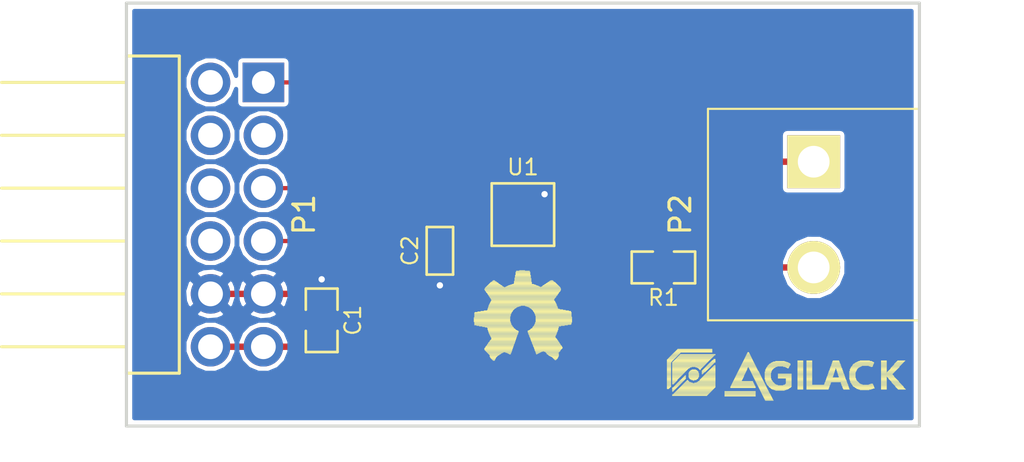
<source format=kicad_pcb>
(kicad_pcb (version 4) (host pcbnew 4.0.2+dfsg1-stable)

  (general
    (links 14)
    (no_connects 0)
    (area 123.174999 94.764999 176.55 118.860001)
    (thickness 1.6)
    (drawings 8)
    (tracks 51)
    (zones 0)
    (modules 8)
    (nets 15)
  )

  (page A4)
  (title_block
    (title "PMOD NTC sensor interface")
    (company Agilack)
  )

  (layers
    (0 F.Cu signal)
    (31 B.Cu signal)
    (32 B.Adhes user)
    (33 F.Adhes user)
    (34 B.Paste user)
    (35 F.Paste user)
    (36 B.SilkS user)
    (37 F.SilkS user)
    (38 B.Mask user)
    (39 F.Mask user)
    (40 Dwgs.User user)
    (41 Cmts.User user)
    (42 Eco1.User user)
    (43 Eco2.User user)
    (44 Edge.Cuts user)
    (45 Margin user)
    (46 B.CrtYd user)
    (47 F.CrtYd user)
    (48 B.Fab user)
    (49 F.Fab user)
  )

  (setup
    (last_trace_width 0.3048)
    (user_trace_width 0.2032)
    (user_trace_width 0.3048)
    (trace_clearance 0.2)
    (zone_clearance 0.2032)
    (zone_45_only no)
    (trace_min 0.2)
    (segment_width 0.2)
    (edge_width 0.15)
    (via_size 0.6)
    (via_drill 0.4)
    (via_min_size 0.4)
    (via_min_drill 0.3)
    (user_via 0.7112 0.3048)
    (uvia_size 0.3)
    (uvia_drill 0.1)
    (uvias_allowed no)
    (uvia_min_size 0.2)
    (uvia_min_drill 0.1)
    (pcb_text_width 0.3)
    (pcb_text_size 1.5 1.5)
    (mod_edge_width 0.15)
    (mod_text_size 1 1)
    (mod_text_width 0.15)
    (pad_size 1.524 1.524)
    (pad_drill 0.762)
    (pad_to_mask_clearance 0.2)
    (aux_axis_origin 0 0)
    (visible_elements FFFFFFFF)
    (pcbplotparams
      (layerselection 0x010ec_80000001)
      (usegerberextensions true)
      (excludeedgelayer true)
      (linewidth 0.100000)
      (plotframeref false)
      (viasonmask false)
      (mode 1)
      (useauxorigin false)
      (hpglpennumber 1)
      (hpglpenspeed 20)
      (hpglpendiameter 15)
      (hpglpenoverlay 2)
      (psnegative false)
      (psa4output false)
      (plotreference true)
      (plotvalue true)
      (plotinvisibletext false)
      (padsonsilk false)
      (subtractmaskfromsilk false)
      (outputformat 1)
      (mirror false)
      (drillshape 0)
      (scaleselection 1)
      (outputdirectory ../prod/))
  )

  (net 0 "")
  (net 1 "Net-(P1-Pad2)")
  (net 2 GND)
  (net 3 VCC)
  (net 4 "Net-(P1-Pad7)")
  (net 5 "Net-(P1-Pad8)")
  (net 6 "Net-(P1-Pad9)")
  (net 7 "Net-(P1-Pad10)")
  (net 8 SPI_CS)
  (net 9 SPI_MISO)
  (net 10 SPI_SCK)
  (net 11 "Net-(R1-Pad1)")
  (net 12 "Net-(P2-Pad2)")
  (net 13 "Net-(P2-Pad1)")
  (net 14 "Net-(U1-Pad1)")

  (net_class Default "This is the default net class."
    (clearance 0.2)
    (trace_width 0.25)
    (via_dia 0.6)
    (via_drill 0.4)
    (uvia_dia 0.3)
    (uvia_drill 0.1)
    (add_net GND)
    (add_net "Net-(P1-Pad10)")
    (add_net "Net-(P1-Pad2)")
    (add_net "Net-(P1-Pad7)")
    (add_net "Net-(P1-Pad8)")
    (add_net "Net-(P1-Pad9)")
    (add_net "Net-(P2-Pad1)")
    (add_net "Net-(P2-Pad2)")
    (add_net "Net-(R1-Pad1)")
    (add_net "Net-(U1-Pad1)")
    (add_net SPI_CS)
    (add_net SPI_MISO)
    (add_net SPI_SCK)
    (add_net VCC)
  )

  (module sensor-ntc:CONN_PMOD-Male locked (layer F.Cu) (tedit 5950C8DB) (tstamp 5A2D307E)
    (at 133.49 105 90)
    (path /5A2D2DE5)
    (fp_text reference P1 (at 0 4.4958 90) (layer F.SilkS)
      (effects (font (size 1 1) (thickness 0.15)))
    )
    (fp_text value PMOD (at 0 -2.77 90) (layer F.Fab)
      (effects (font (size 1 1) (thickness 0.15)))
    )
    (fp_line (start 6.35 -10.04) (end 6.35 -4.04) (layer F.SilkS) (width 0.15))
    (fp_line (start 3.81 -10.04) (end 3.81 -4.04) (layer F.SilkS) (width 0.15))
    (fp_line (start 1.27 -10.04) (end 1.27 -4.04) (layer F.SilkS) (width 0.15))
    (fp_line (start -1.27 -10.04) (end -1.27 -4.04) (layer F.SilkS) (width 0.15))
    (fp_line (start -3.81 -10.04) (end -3.81 -4.04) (layer F.SilkS) (width 0.15))
    (fp_line (start -6.35 -10.04) (end -6.35 -4.04) (layer F.SilkS) (width 0.15))
    (fp_line (start -7.62 -1.5) (end 7.62 -1.5) (layer F.SilkS) (width 0.15))
    (fp_line (start 7.62 -1.5) (end 7.62 -4.04) (layer F.SilkS) (width 0.15))
    (fp_line (start 7.62 -4.04) (end -7.62 -4.04) (layer F.SilkS) (width 0.15))
    (fp_line (start -7.62 -1.5) (end -7.62 -4.04) (layer F.SilkS) (width 0.15))
    (pad 1 thru_hole rect (at 6.35 2.54 90) (size 1.9 2) (drill 1.1) (layers *.Cu *.Mask)
      (net 8 SPI_CS))
    (pad 2 thru_hole circle (at 3.81 2.54 90) (size 1.9 1.9) (drill 1.19) (layers *.Cu *.Mask)
      (net 1 "Net-(P1-Pad2)"))
    (pad 3 thru_hole circle (at 1.27 2.54 90) (size 1.9 1.9) (drill 1.19) (layers *.Cu *.Mask)
      (net 9 SPI_MISO))
    (pad 4 thru_hole circle (at -1.27 2.54 90) (size 1.9 1.9) (drill 1.19) (layers *.Cu *.Mask)
      (net 10 SPI_SCK))
    (pad 5 thru_hole circle (at -3.81 2.54 90) (size 1.9 1.9) (drill 1.19) (layers *.Cu *.Mask)
      (net 2 GND))
    (pad 6 thru_hole circle (at -6.35 2.54 90) (size 1.9 1.9) (drill 1.19) (layers *.Cu *.Mask)
      (net 3 VCC))
    (pad 7 thru_hole circle (at 6.35 0 90) (size 1.9 1.9) (drill 1.19) (layers *.Cu *.Mask)
      (net 4 "Net-(P1-Pad7)"))
    (pad 8 thru_hole circle (at 3.81 0 90) (size 1.9 1.9) (drill 1.19) (layers *.Cu *.Mask)
      (net 5 "Net-(P1-Pad8)"))
    (pad 9 thru_hole circle (at 1.27 0 90) (size 1.9 1.9) (drill 1.19) (layers *.Cu *.Mask)
      (net 6 "Net-(P1-Pad9)"))
    (pad 10 thru_hole circle (at -1.27 0 90) (size 1.9 1.9) (drill 1.19) (layers *.Cu *.Mask)
      (net 7 "Net-(P1-Pad10)"))
    (pad 11 thru_hole circle (at -3.81 0 90) (size 1.9 1.9) (drill 1.19) (layers *.Cu *.Mask)
      (net 2 GND))
    (pad 12 thru_hole circle (at -6.35 0 90) (size 1.9 1.9) (drill 1.19) (layers *.Cu *.Mask)
      (net 3 VCC))
  )

  (module sensor-ntc:SMD0805 (layer F.Cu) (tedit 5A337746) (tstamp 5A332703)
    (at 138.83 110.08 90)
    (path /5A3321DD)
    (attr smd)
    (fp_text reference C1 (at 0 1.5 90) (layer F.SilkS)
      (effects (font (size 0.762 0.762) (thickness 0.1016)))
    )
    (fp_text value 1uF (at 0 0 90) (layer F.SilkS) hide
      (effects (font (size 0.635 0.635) (thickness 0.127)))
    )
    (fp_line (start -0.508 0.762) (end -1.524 0.762) (layer F.SilkS) (width 0.127))
    (fp_line (start -1.524 0.762) (end -1.524 -0.762) (layer F.SilkS) (width 0.127))
    (fp_line (start -1.524 -0.762) (end -0.508 -0.762) (layer F.SilkS) (width 0.127))
    (fp_line (start 0.508 -0.762) (end 1.524 -0.762) (layer F.SilkS) (width 0.127))
    (fp_line (start 1.524 -0.762) (end 1.524 0.762) (layer F.SilkS) (width 0.127))
    (fp_line (start 1.524 0.762) (end 0.508 0.762) (layer F.SilkS) (width 0.127))
    (pad 1 smd rect (at -0.9525 0 90) (size 0.889 1.397) (layers F.Cu F.Paste F.Mask)
      (net 3 VCC))
    (pad 2 smd rect (at 0.9525 0 90) (size 0.889 1.397) (layers F.Cu F.Paste F.Mask)
      (net 2 GND))
    (model smd/chip_cms.wrl
      (at (xyz 0 0 0))
      (scale (xyz 0.1 0.1 0.1))
      (rotate (xyz 0 0 0))
    )
  )

  (module sensor-ntc:SMD0603 (layer F.Cu) (tedit 5A331D74) (tstamp 5A332709)
    (at 144.51 106.74 270)
    (path /5A3322D7)
    (attr smd)
    (fp_text reference C2 (at 0 1.44 270) (layer F.SilkS)
      (effects (font (size 0.762 0.762) (thickness 0.1016)))
    )
    (fp_text value 100nF (at 0 0 270) (layer F.SilkS) hide
      (effects (font (size 0.20066 0.20066) (thickness 0.0508)))
    )
    (fp_line (start -1.143 -0.635) (end 1.143 -0.635) (layer F.SilkS) (width 0.127))
    (fp_line (start 1.143 -0.635) (end 1.143 0.635) (layer F.SilkS) (width 0.127))
    (fp_line (start 1.143 0.635) (end -1.143 0.635) (layer F.SilkS) (width 0.127))
    (fp_line (start -1.143 0.635) (end -1.143 -0.635) (layer F.SilkS) (width 0.127))
    (pad 1 smd rect (at -0.762 0 270) (size 0.635 1.143) (layers F.Cu F.Paste F.Mask)
      (net 3 VCC))
    (pad 2 smd rect (at 0.762 0 270) (size 0.635 1.143) (layers F.Cu F.Paste F.Mask)
      (net 2 GND))
    (model smd/chip_cms.wrl
      (at (xyz 0 0 0))
      (scale (xyz 0.08 0.08 0.08))
      (rotate (xyz 0 0 0))
    )
  )

  (module sensor-ntc:SMD0805 (layer F.Cu) (tedit 5A332112) (tstamp 5A33270F)
    (at 155.25 107.54)
    (path /5A331F53)
    (attr smd)
    (fp_text reference R1 (at 0 1.45) (layer F.SilkS)
      (effects (font (size 0.762 0.762) (thickness 0.1016)))
    )
    (fp_text value R (at 0 0) (layer F.SilkS) hide
      (effects (font (size 0.635 0.635) (thickness 0.127)))
    )
    (fp_line (start -0.508 0.762) (end -1.524 0.762) (layer F.SilkS) (width 0.127))
    (fp_line (start -1.524 0.762) (end -1.524 -0.762) (layer F.SilkS) (width 0.127))
    (fp_line (start -1.524 -0.762) (end -0.508 -0.762) (layer F.SilkS) (width 0.127))
    (fp_line (start 0.508 -0.762) (end 1.524 -0.762) (layer F.SilkS) (width 0.127))
    (fp_line (start 1.524 -0.762) (end 1.524 0.762) (layer F.SilkS) (width 0.127))
    (fp_line (start 1.524 0.762) (end 0.508 0.762) (layer F.SilkS) (width 0.127))
    (pad 1 smd rect (at -0.9525 0) (size 0.889 1.397) (layers F.Cu F.Paste F.Mask)
      (net 11 "Net-(R1-Pad1)"))
    (pad 2 smd rect (at 0.9525 0) (size 0.889 1.397) (layers F.Cu F.Paste F.Mask)
      (net 12 "Net-(P2-Pad2)"))
    (model smd/chip_cms.wrl
      (at (xyz 0 0 0))
      (scale (xyz 0.1 0.1 0.1))
      (rotate (xyz 0 0 0))
    )
  )

  (module sensor-ntc:CONN_MC000034 locked (layer F.Cu) (tedit 5A3320FB) (tstamp 5A33276A)
    (at 162.47 105 270)
    (tags CONN)
    (path /5A332051)
    (fp_text reference P2 (at 0 6.41 270) (layer F.SilkS)
      (effects (font (size 1 1) (thickness 0.15)))
    )
    (fp_text value CONN_2 (at 0 -1.905 270) (layer F.SilkS) hide
      (effects (font (size 0.4064 0.4064) (thickness 0.1016)))
    )
    (fp_line (start -5.08 -5.08) (end -5.08 5.08) (layer F.SilkS) (width 0.1016))
    (fp_line (start -5.08 5.08) (end 5.08 5.08) (layer F.SilkS) (width 0.1016))
    (fp_line (start 5.08 5.08) (end 5.08 -5.08) (layer F.SilkS) (width 0.1016))
    (fp_line (start 5.08 -5.08) (end -5.08 -5.08) (layer F.SilkS) (width 0.1016))
    (pad 1 thru_hole rect (at -2.54 0 270) (size 2.54 2.54) (drill 1.524) (layers *.Cu *.Mask F.SilkS)
      (net 13 "Net-(P2-Pad1)"))
    (pad 2 thru_hole circle (at 2.54 0 270) (size 2.54 2.54) (drill 1.524) (layers *.Cu *.Mask F.SilkS)
      (net 12 "Net-(P2-Pad2)"))
    (model res/mc000034.wrl
      (at (xyz 0 0 0))
      (scale (xyz 1 1 1))
      (rotate (xyz 0 0 0))
    )
  )

  (module sensor-ntc:Logo-ohw (layer F.Cu) (tedit 5950CCB7) (tstamp 5A338E0D)
    (at 148.5 110)
    (fp_text reference ohw_logo (at 0 1.9304) (layer F.SilkS) hide
      (effects (font (size 0.2 0.2) (thickness 0.05)))
    )
    (fp_text value VAL** (at 0 0) (layer F.SilkS) hide
      (effects (font (size 0.20066 0.20066) (thickness 0.0508)))
    )
    (fp_line (start -0.1651 -2.3114) (end 0.0889 -2.3114) (layer F.SilkS) (width 0.02794))
    (fp_line (start -0.3175 -2.286) (end 0.3175 -2.286) (layer F.SilkS) (width 0.02794))
    (fp_line (start -0.3175 -2.2606) (end 0.3175 -2.2606) (layer F.SilkS) (width 0.02794))
    (fp_line (start -0.3429 -2.2352) (end 0.3429 -2.2352) (layer F.SilkS) (width 0.02794))
    (fp_line (start -0.3429 -2.2098) (end 0.3429 -2.2098) (layer F.SilkS) (width 0.02794))
    (fp_line (start -0.3429 -2.1844) (end 0.3429 -2.1844) (layer F.SilkS) (width 0.02794))
    (fp_line (start -0.3429 -2.159) (end 0.3429 -2.159) (layer F.SilkS) (width 0.02794))
    (fp_line (start -0.3429 -2.1336) (end 0.3429 -2.1336) (layer F.SilkS) (width 0.02794))
    (fp_line (start -0.3429 -2.1082) (end 0.3429 -2.1082) (layer F.SilkS) (width 0.02794))
    (fp_line (start -0.3683 -2.0828) (end 0.3683 -2.0828) (layer F.SilkS) (width 0.02794))
    (fp_line (start -0.3683 -2.0574) (end 0.3683 -2.0574) (layer F.SilkS) (width 0.02794))
    (fp_line (start -0.3683 -2.032) (end 0.3683 -2.032) (layer F.SilkS) (width 0.02794))
    (fp_line (start -0.3683 -2.0066) (end 0.3683 -2.0066) (layer F.SilkS) (width 0.02794))
    (fp_line (start -0.3683 -1.9812) (end 0.3683 -1.9812) (layer F.SilkS) (width 0.02794))
    (fp_line (start -0.3937 -1.9558) (end 0.3683 -1.9558) (layer F.SilkS) (width 0.02794))
    (fp_line (start -0.3937 -1.9304) (end 0.3937 -1.9304) (layer F.SilkS) (width 0.02794))
    (fp_line (start -0.3937 -1.905) (end 0.3937 -1.905) (layer F.SilkS) (width 0.02794))
    (fp_line (start -0.3937 -1.8796) (end 0.3937 -1.8796) (layer F.SilkS) (width 0.02794))
    (fp_line (start -0.3937 -1.8542) (end 0.3937 -1.8542) (layer F.SilkS) (width 0.02794))
    (fp_line (start -1.4351 -1.8288) (end -1.3589 -1.8288) (layer F.SilkS) (width 0.02794))
    (fp_line (start -0.3937 -1.8288) (end 0.3937 -1.8288) (layer F.SilkS) (width 0.02794))
    (fp_line (start 1.3335 -1.8288) (end 1.4351 -1.8288) (layer F.SilkS) (width 0.02794))
    (fp_line (start -1.4605 -1.8034) (end -1.3335 -1.8034) (layer F.SilkS) (width 0.02794))
    (fp_line (start -0.4191 -1.8034) (end 0.3937 -1.8034) (layer F.SilkS) (width 0.02794))
    (fp_line (start 1.2827 -1.8034) (end 1.4605 -1.8034) (layer F.SilkS) (width 0.02794))
    (fp_line (start -1.4859 -1.778) (end -1.2827 -1.778) (layer F.SilkS) (width 0.02794))
    (fp_line (start -0.4191 -1.778) (end 0.3937 -1.778) (layer F.SilkS) (width 0.02794))
    (fp_line (start 1.2573 -1.778) (end 1.4859 -1.778) (layer F.SilkS) (width 0.02794))
    (fp_line (start -1.5367 -1.7526) (end -1.2573 -1.7526) (layer F.SilkS) (width 0.02794))
    (fp_line (start -0.4191 -1.7526) (end 0.4191 -1.7526) (layer F.SilkS) (width 0.02794))
    (fp_line (start 1.2065 -1.7526) (end 1.5367 -1.7526) (layer F.SilkS) (width 0.02794))
    (fp_line (start -1.5621 -1.7272) (end -1.2065 -1.7272) (layer F.SilkS) (width 0.02794))
    (fp_line (start -0.4191 -1.7272) (end 0.4191 -1.7272) (layer F.SilkS) (width 0.02794))
    (fp_line (start 1.1811 -1.7272) (end 1.5621 -1.7272) (layer F.SilkS) (width 0.02794))
    (fp_line (start -1.5875 -1.7018) (end -1.1811 -1.7018) (layer F.SilkS) (width 0.02794))
    (fp_line (start -0.4191 -1.7018) (end 0.4191 -1.7018) (layer F.SilkS) (width 0.02794))
    (fp_line (start 1.1303 -1.7018) (end 1.5875 -1.7018) (layer F.SilkS) (width 0.02794))
    (fp_line (start -1.6129 -1.6764) (end -1.1557 -1.6764) (layer F.SilkS) (width 0.02794))
    (fp_line (start -0.4445 -1.6764) (end 0.4191 -1.6764) (layer F.SilkS) (width 0.02794))
    (fp_line (start 1.1049 -1.6764) (end 1.6129 -1.6764) (layer F.SilkS) (width 0.02794))
    (fp_line (start -1.6383 -1.651) (end -1.1049 -1.651) (layer F.SilkS) (width 0.02794))
    (fp_line (start -0.5207 -1.651) (end 0.5207 -1.651) (layer F.SilkS) (width 0.02794))
    (fp_line (start 1.0541 -1.651) (end 1.6383 -1.651) (layer F.SilkS) (width 0.02794))
    (fp_line (start -1.6637 -1.6256) (end -1.0795 -1.6256) (layer F.SilkS) (width 0.02794))
    (fp_line (start -0.5969 -1.6256) (end 0.5969 -1.6256) (layer F.SilkS) (width 0.02794))
    (fp_line (start 1.0287 -1.6256) (end 1.6637 -1.6256) (layer F.SilkS) (width 0.02794))
    (fp_line (start -1.6891 -1.6002) (end -1.0287 -1.6002) (layer F.SilkS) (width 0.02794))
    (fp_line (start -0.6731 -1.6002) (end 0.6477 -1.6002) (layer F.SilkS) (width 0.02794))
    (fp_line (start 0.9779 -1.6002) (end 1.6891 -1.6002) (layer F.SilkS) (width 0.02794))
    (fp_line (start -1.7145 -1.5748) (end -1.0033 -1.5748) (layer F.SilkS) (width 0.02794))
    (fp_line (start -0.7239 -1.5748) (end 0.7239 -1.5748) (layer F.SilkS) (width 0.02794))
    (fp_line (start 0.9525 -1.5748) (end 1.7145 -1.5748) (layer F.SilkS) (width 0.02794))
    (fp_line (start -1.7399 -1.5494) (end -0.9779 -1.5494) (layer F.SilkS) (width 0.02794))
    (fp_line (start -0.7747 -1.5494) (end 0.7747 -1.5494) (layer F.SilkS) (width 0.02794))
    (fp_line (start 0.9271 -1.5494) (end 1.7399 -1.5494) (layer F.SilkS) (width 0.02794))
    (fp_line (start -1.7653 -1.524) (end -0.9271 -1.524) (layer F.SilkS) (width 0.02794))
    (fp_line (start -0.8255 -1.524) (end 0.8255 -1.524) (layer F.SilkS) (width 0.02794))
    (fp_line (start 0.8763 -1.524) (end 1.7653 -1.524) (layer F.SilkS) (width 0.02794))
    (fp_line (start -1.7907 -1.4986) (end -0.9017 -1.4986) (layer F.SilkS) (width 0.02794))
    (fp_line (start -0.8763 -1.4986) (end 1.7907 -1.4986) (layer F.SilkS) (width 0.02794))
    (fp_line (start -1.8161 -1.4732) (end 1.7907 -1.4732) (layer F.SilkS) (width 0.02794))
    (fp_line (start -1.8161 -1.4478) (end 1.8161 -1.4478) (layer F.SilkS) (width 0.02794))
    (fp_line (start -1.8415 -1.4224) (end 1.8161 -1.4224) (layer F.SilkS) (width 0.02794))
    (fp_line (start -1.8415 -1.397) (end 1.8161 -1.397) (layer F.SilkS) (width 0.02794))
    (fp_line (start -1.8161 -1.3716) (end 1.8161 -1.3716) (layer F.SilkS) (width 0.02794))
    (fp_line (start -1.8161 -1.3462) (end 1.7907 -1.3462) (layer F.SilkS) (width 0.02794))
    (fp_line (start -1.7907 -1.3208) (end 1.7907 -1.3208) (layer F.SilkS) (width 0.02794))
    (fp_line (start -1.7653 -1.2954) (end 1.7653 -1.2954) (layer F.SilkS) (width 0.02794))
    (fp_line (start -1.7653 -1.27) (end 1.7399 -1.27) (layer F.SilkS) (width 0.02794))
    (fp_line (start -1.7399 -1.2446) (end 1.7145 -1.2446) (layer F.SilkS) (width 0.02794))
    (fp_line (start -1.7145 -1.2192) (end 1.7145 -1.2192) (layer F.SilkS) (width 0.02794))
    (fp_line (start -1.6891 -1.1938) (end 1.6891 -1.1938) (layer F.SilkS) (width 0.02794))
    (fp_line (start -1.6891 -1.1684) (end 1.6637 -1.1684) (layer F.SilkS) (width 0.02794))
    (fp_line (start -1.6637 -1.143) (end 1.6637 -1.143) (layer F.SilkS) (width 0.02794))
    (fp_line (start -1.6383 -1.1176) (end 1.6383 -1.1176) (layer F.SilkS) (width 0.02794))
    (fp_line (start -1.6383 -1.0922) (end 1.6129 -1.0922) (layer F.SilkS) (width 0.02794))
    (fp_line (start -1.6129 -1.0668) (end 1.5875 -1.0668) (layer F.SilkS) (width 0.02794))
    (fp_line (start -1.5875 -1.0414) (end 1.5875 -1.0414) (layer F.SilkS) (width 0.02794))
    (fp_line (start -1.5875 -1.016) (end 1.5621 -1.016) (layer F.SilkS) (width 0.02794))
    (fp_line (start -1.5621 -0.9906) (end 1.5367 -0.9906) (layer F.SilkS) (width 0.02794))
    (fp_line (start -1.5367 -0.9652) (end 1.5113 -0.9652) (layer F.SilkS) (width 0.02794))
    (fp_line (start -1.5367 -0.9398) (end 1.5113 -0.9398) (layer F.SilkS) (width 0.02794))
    (fp_line (start -1.5113 -0.9144) (end 1.4859 -0.9144) (layer F.SilkS) (width 0.02794))
    (fp_line (start -1.5113 -0.889) (end 1.4859 -0.889) (layer F.SilkS) (width 0.02794))
    (fp_line (start -1.5113 -0.8636) (end 1.5113 -0.8636) (layer F.SilkS) (width 0.02794))
    (fp_line (start -1.5367 -0.8382) (end 1.5367 -0.8382) (layer F.SilkS) (width 0.02794))
    (fp_line (start -1.5367 -0.8128) (end 1.5367 -0.8128) (layer F.SilkS) (width 0.02794))
    (fp_line (start -1.5621 -0.7874) (end 1.5621 -0.7874) (layer F.SilkS) (width 0.02794))
    (fp_line (start -1.5621 -0.762) (end 1.5621 -0.762) (layer F.SilkS) (width 0.02794))
    (fp_line (start -1.5875 -0.7366) (end 1.5875 -0.7366) (layer F.SilkS) (width 0.02794))
    (fp_line (start -1.5875 -0.7112) (end 1.5875 -0.7112) (layer F.SilkS) (width 0.02794))
    (fp_line (start -1.6129 -0.6858) (end 1.6129 -0.6858) (layer F.SilkS) (width 0.02794))
    (fp_line (start -1.6129 -0.6604) (end 1.6129 -0.6604) (layer F.SilkS) (width 0.02794))
    (fp_line (start -1.6383 -0.635) (end 1.6129 -0.635) (layer F.SilkS) (width 0.02794))
    (fp_line (start -1.6383 -0.6096) (end -0.1143 -0.6096) (layer F.SilkS) (width 0.02794))
    (fp_line (start 0.1143 -0.6096) (end 1.6383 -0.6096) (layer F.SilkS) (width 0.02794))
    (fp_line (start -1.6383 -0.5842) (end -0.1905 -0.5842) (layer F.SilkS) (width 0.02794))
    (fp_line (start 0.1905 -0.5842) (end 1.6383 -0.5842) (layer F.SilkS) (width 0.02794))
    (fp_line (start -1.6637 -0.5588) (end -0.2667 -0.5588) (layer F.SilkS) (width 0.02794))
    (fp_line (start 0.2667 -0.5588) (end 1.6637 -0.5588) (layer F.SilkS) (width 0.02794))
    (fp_line (start -1.6637 -0.5334) (end -0.3175 -0.5334) (layer F.SilkS) (width 0.02794))
    (fp_line (start 0.3175 -0.5334) (end 1.6637 -0.5334) (layer F.SilkS) (width 0.02794))
    (fp_line (start -1.6637 -0.508) (end -0.3429 -0.508) (layer F.SilkS) (width 0.02794))
    (fp_line (start 0.3429 -0.508) (end 1.6637 -0.508) (layer F.SilkS) (width 0.02794))
    (fp_line (start -1.6891 -0.4826) (end -0.3937 -0.4826) (layer F.SilkS) (width 0.02794))
    (fp_line (start 0.3937 -0.4826) (end 1.6891 -0.4826) (layer F.SilkS) (width 0.02794))
    (fp_line (start -1.6891 -0.4572) (end -0.4191 -0.4572) (layer F.SilkS) (width 0.02794))
    (fp_line (start 0.4191 -0.4572) (end 1.7653 -0.4572) (layer F.SilkS) (width 0.02794))
    (fp_line (start -1.6891 -0.4318) (end -0.4445 -0.4318) (layer F.SilkS) (width 0.02794))
    (fp_line (start 0.4445 -0.4318) (end 1.9177 -0.4318) (layer F.SilkS) (width 0.02794))
    (fp_line (start -1.7145 -0.4064) (end -0.4699 -0.4064) (layer F.SilkS) (width 0.02794))
    (fp_line (start 0.4699 -0.4064) (end 2.0447 -0.4064) (layer F.SilkS) (width 0.02794))
    (fp_line (start -1.8669 -0.381) (end -0.4953 -0.381) (layer F.SilkS) (width 0.02794))
    (fp_line (start 0.4953 -0.381) (end 2.1971 -0.381) (layer F.SilkS) (width 0.02794))
    (fp_line (start -2.0193 -0.3556) (end -0.4953 -0.3556) (layer F.SilkS) (width 0.02794))
    (fp_line (start 0.4953 -0.3556) (end 2.2987 -0.3556) (layer F.SilkS) (width 0.02794))
    (fp_line (start -2.1717 -0.3302) (end -0.5207 -0.3302) (layer F.SilkS) (width 0.02794))
    (fp_line (start 0.5207 -0.3302) (end 2.2987 -0.3302) (layer F.SilkS) (width 0.02794))
    (fp_line (start -2.2987 -0.3048) (end -0.5461 -0.3048) (layer F.SilkS) (width 0.02794))
    (fp_line (start 0.5461 -0.3048) (end 2.3241 -0.3048) (layer F.SilkS) (width 0.02794))
    (fp_line (start -2.3241 -0.2794) (end -0.5461 -0.2794) (layer F.SilkS) (width 0.02794))
    (fp_line (start 0.5461 -0.2794) (end 2.3241 -0.2794) (layer F.SilkS) (width 0.02794))
    (fp_line (start -2.3241 -0.254) (end -0.5715 -0.254) (layer F.SilkS) (width 0.02794))
    (fp_line (start 0.5715 -0.254) (end 2.3241 -0.254) (layer F.SilkS) (width 0.02794))
    (fp_line (start -2.3241 -0.2286) (end -0.5715 -0.2286) (layer F.SilkS) (width 0.02794))
    (fp_line (start 0.5715 -0.2286) (end 2.3241 -0.2286) (layer F.SilkS) (width 0.02794))
    (fp_line (start -2.3241 -0.2032) (end -0.5969 -0.2032) (layer F.SilkS) (width 0.02794))
    (fp_line (start 0.5969 -0.2032) (end 2.3241 -0.2032) (layer F.SilkS) (width 0.02794))
    (fp_line (start -2.3241 -0.1778) (end -0.5969 -0.1778) (layer F.SilkS) (width 0.02794))
    (fp_line (start 0.5969 -0.1778) (end 2.3241 -0.1778) (layer F.SilkS) (width 0.02794))
    (fp_line (start -2.3241 -0.1524) (end -0.5969 -0.1524) (layer F.SilkS) (width 0.02794))
    (fp_line (start 0.5969 -0.1524) (end 2.3241 -0.1524) (layer F.SilkS) (width 0.02794))
    (fp_line (start -2.3241 -0.127) (end -0.5969 -0.127) (layer F.SilkS) (width 0.02794))
    (fp_line (start 0.6223 -0.127) (end 2.3241 -0.127) (layer F.SilkS) (width 0.02794))
    (fp_line (start -2.3241 -0.1016) (end -0.6223 -0.1016) (layer F.SilkS) (width 0.02794))
    (fp_line (start 0.6223 -0.1016) (end 2.3241 -0.1016) (layer F.SilkS) (width 0.02794))
    (fp_line (start -2.3241 -0.0762) (end -0.6223 -0.0762) (layer F.SilkS) (width 0.02794))
    (fp_line (start 0.6223 -0.0762) (end 2.3495 -0.0762) (layer F.SilkS) (width 0.02794))
    (fp_line (start -2.3495 -0.0508) (end -0.6223 -0.0508) (layer F.SilkS) (width 0.02794))
    (fp_line (start 0.6223 -0.0508) (end 2.3495 -0.0508) (layer F.SilkS) (width 0.02794))
    (fp_line (start -2.3495 -0.0254) (end -0.6223 -0.0254) (layer F.SilkS) (width 0.02794))
    (fp_line (start 0.6223 -0.0254) (end 2.3495 -0.0254) (layer F.SilkS) (width 0.02794))
    (fp_line (start -2.3495 0) (end -0.6223 0) (layer F.SilkS) (width 0.02794))
    (fp_line (start 0.6223 0) (end 2.3495 0) (layer F.SilkS) (width 0.02794))
    (fp_line (start -2.3495 0.0254) (end -0.6223 0.0254) (layer F.SilkS) (width 0.02794))
    (fp_line (start 0.6223 0.0254) (end 2.3495 0.0254) (layer F.SilkS) (width 0.02794))
    (fp_line (start -2.3495 0.0508) (end -0.6223 0.0508) (layer F.SilkS) (width 0.02794))
    (fp_line (start 0.6223 0.0508) (end 2.3495 0.0508) (layer F.SilkS) (width 0.02794))
    (fp_line (start -2.3495 0.0762) (end -0.6223 0.0762) (layer F.SilkS) (width 0.02794))
    (fp_line (start 0.6223 0.0762) (end 2.3495 0.0762) (layer F.SilkS) (width 0.02794))
    (fp_line (start -2.3495 0.1016) (end -0.6223 0.1016) (layer F.SilkS) (width 0.02794))
    (fp_line (start 0.6223 0.1016) (end 2.3495 0.1016) (layer F.SilkS) (width 0.02794))
    (fp_line (start -2.3495 0.127) (end -0.6223 0.127) (layer F.SilkS) (width 0.02794))
    (fp_line (start 0.6223 0.127) (end 2.3495 0.127) (layer F.SilkS) (width 0.02794))
    (fp_line (start -2.3495 0.1524) (end -0.5969 0.1524) (layer F.SilkS) (width 0.02794))
    (fp_line (start 0.6223 0.1524) (end 2.3495 0.1524) (layer F.SilkS) (width 0.02794))
    (fp_line (start -2.3241 0.1778) (end -0.5969 0.1778) (layer F.SilkS) (width 0.02794))
    (fp_line (start 0.5969 0.1778) (end 2.3495 0.1778) (layer F.SilkS) (width 0.02794))
    (fp_line (start -2.3241 0.2032) (end -0.5969 0.2032) (layer F.SilkS) (width 0.02794))
    (fp_line (start 0.5969 0.2032) (end 2.3241 0.2032) (layer F.SilkS) (width 0.02794))
    (fp_line (start -2.3241 0.2286) (end -0.5715 0.2286) (layer F.SilkS) (width 0.02794))
    (fp_line (start 0.5969 0.2286) (end 2.3241 0.2286) (layer F.SilkS) (width 0.02794))
    (fp_line (start -2.3241 0.254) (end -0.5715 0.254) (layer F.SilkS) (width 0.02794))
    (fp_line (start 0.5715 0.254) (end 2.3241 0.254) (layer F.SilkS) (width 0.02794))
    (fp_line (start -2.3241 0.2794) (end -0.5715 0.2794) (layer F.SilkS) (width 0.02794))
    (fp_line (start 0.5715 0.2794) (end 2.2987 0.2794) (layer F.SilkS) (width 0.02794))
    (fp_line (start -2.3241 0.3048) (end -0.5461 0.3048) (layer F.SilkS) (width 0.02794))
    (fp_line (start 0.5461 0.3048) (end 2.1463 0.3048) (layer F.SilkS) (width 0.02794))
    (fp_line (start -2.2225 0.3302) (end -0.5207 0.3302) (layer F.SilkS) (width 0.02794))
    (fp_line (start 0.5461 0.3302) (end 1.9939 0.3302) (layer F.SilkS) (width 0.02794))
    (fp_line (start -2.0955 0.3556) (end -0.5207 0.3556) (layer F.SilkS) (width 0.02794))
    (fp_line (start 0.5207 0.3556) (end 1.8161 0.3556) (layer F.SilkS) (width 0.02794))
    (fp_line (start -1.9431 0.381) (end -0.4953 0.381) (layer F.SilkS) (width 0.02794))
    (fp_line (start 0.4953 0.381) (end 1.7145 0.381) (layer F.SilkS) (width 0.02794))
    (fp_line (start -1.8161 0.4064) (end -0.4699 0.4064) (layer F.SilkS) (width 0.02794))
    (fp_line (start 0.4699 0.4064) (end 1.7145 0.4064) (layer F.SilkS) (width 0.02794))
    (fp_line (start -1.7145 0.4318) (end -0.4445 0.4318) (layer F.SilkS) (width 0.02794))
    (fp_line (start 0.4699 0.4318) (end 1.7145 0.4318) (layer F.SilkS) (width 0.02794))
    (fp_line (start -1.6891 0.4572) (end -0.4445 0.4572) (layer F.SilkS) (width 0.02794))
    (fp_line (start 0.4445 0.4572) (end 1.6891 0.4572) (layer F.SilkS) (width 0.02794))
    (fp_line (start -1.6891 0.4826) (end -0.3937 0.4826) (layer F.SilkS) (width 0.02794))
    (fp_line (start 0.3937 0.4826) (end 1.6891 0.4826) (layer F.SilkS) (width 0.02794))
    (fp_line (start -1.6891 0.508) (end -0.3683 0.508) (layer F.SilkS) (width 0.02794))
    (fp_line (start 0.3683 0.508) (end 1.6891 0.508) (layer F.SilkS) (width 0.02794))
    (fp_line (start -1.6891 0.5334) (end -0.3429 0.5334) (layer F.SilkS) (width 0.02794))
    (fp_line (start 0.3429 0.5334) (end 1.6891 0.5334) (layer F.SilkS) (width 0.02794))
    (fp_line (start -1.6637 0.5588) (end -0.2921 0.5588) (layer F.SilkS) (width 0.02794))
    (fp_line (start 0.2921 0.5588) (end 1.6637 0.5588) (layer F.SilkS) (width 0.02794))
    (fp_line (start -1.6637 0.5842) (end -0.2413 0.5842) (layer F.SilkS) (width 0.02794))
    (fp_line (start 0.2413 0.5842) (end 1.6637 0.5842) (layer F.SilkS) (width 0.02794))
    (fp_line (start -1.6637 0.6096) (end -0.2159 0.6096) (layer F.SilkS) (width 0.02794))
    (fp_line (start 0.2413 0.6096) (end 1.6637 0.6096) (layer F.SilkS) (width 0.02794))
    (fp_line (start -1.6383 0.635) (end -0.2159 0.635) (layer F.SilkS) (width 0.02794))
    (fp_line (start 0.2413 0.635) (end 1.6383 0.635) (layer F.SilkS) (width 0.02794))
    (fp_line (start -1.6383 0.6604) (end -0.2159 0.6604) (layer F.SilkS) (width 0.02794))
    (fp_line (start 0.2413 0.6604) (end 1.6383 0.6604) (layer F.SilkS) (width 0.02794))
    (fp_line (start -1.6383 0.6858) (end -0.2413 0.6858) (layer F.SilkS) (width 0.02794))
    (fp_line (start 0.2667 0.6858) (end 1.6129 0.6858) (layer F.SilkS) (width 0.02794))
    (fp_line (start -1.6129 0.7112) (end -0.2413 0.7112) (layer F.SilkS) (width 0.02794))
    (fp_line (start 0.2667 0.7112) (end 1.6129 0.7112) (layer F.SilkS) (width 0.02794))
    (fp_line (start -1.6129 0.7366) (end -0.2413 0.7366) (layer F.SilkS) (width 0.02794))
    (fp_line (start 0.2667 0.7366) (end 1.6129 0.7366) (layer F.SilkS) (width 0.02794))
    (fp_line (start -1.5875 0.762) (end -0.2667 0.762) (layer F.SilkS) (width 0.02794))
    (fp_line (start 0.2921 0.762) (end 1.5875 0.762) (layer F.SilkS) (width 0.02794))
    (fp_line (start -1.5875 0.7874) (end -0.2667 0.7874) (layer F.SilkS) (width 0.02794))
    (fp_line (start 0.2921 0.7874) (end 1.5875 0.7874) (layer F.SilkS) (width 0.02794))
    (fp_line (start -1.5621 0.8128) (end -0.2921 0.8128) (layer F.SilkS) (width 0.02794))
    (fp_line (start 0.3175 0.8128) (end 1.5621 0.8128) (layer F.SilkS) (width 0.02794))
    (fp_line (start -1.5621 0.8382) (end -0.2921 0.8382) (layer F.SilkS) (width 0.02794))
    (fp_line (start 0.3175 0.8382) (end 1.5621 0.8382) (layer F.SilkS) (width 0.02794))
    (fp_line (start -1.5367 0.8636) (end -0.2921 0.8636) (layer F.SilkS) (width 0.02794))
    (fp_line (start 0.3175 0.8636) (end 1.5367 0.8636) (layer F.SilkS) (width 0.02794))
    (fp_line (start -1.5367 0.889) (end -0.3175 0.889) (layer F.SilkS) (width 0.02794))
    (fp_line (start 0.3429 0.889) (end 1.5621 0.889) (layer F.SilkS) (width 0.02794))
    (fp_line (start -1.5113 0.9144) (end -0.3175 0.9144) (layer F.SilkS) (width 0.02794))
    (fp_line (start 0.3429 0.9144) (end 1.5621 0.9144) (layer F.SilkS) (width 0.02794))
    (fp_line (start -1.5113 0.9398) (end -0.3175 0.9398) (layer F.SilkS) (width 0.02794))
    (fp_line (start 0.3683 0.9398) (end 1.5875 0.9398) (layer F.SilkS) (width 0.02794))
    (fp_line (start -1.5113 0.9652) (end -0.3429 0.9652) (layer F.SilkS) (width 0.02794))
    (fp_line (start 0.3683 0.9652) (end 1.6129 0.9652) (layer F.SilkS) (width 0.02794))
    (fp_line (start -1.5113 0.9906) (end -0.3429 0.9906) (layer F.SilkS) (width 0.02794))
    (fp_line (start 0.3683 0.9906) (end 1.6383 0.9906) (layer F.SilkS) (width 0.02794))
    (fp_line (start -1.5367 1.016) (end -0.3429 1.016) (layer F.SilkS) (width 0.02794))
    (fp_line (start 0.3937 1.016) (end 1.6383 1.016) (layer F.SilkS) (width 0.02794))
    (fp_line (start -1.5621 1.0414) (end -0.3683 1.0414) (layer F.SilkS) (width 0.02794))
    (fp_line (start 0.3937 1.0414) (end 1.6637 1.0414) (layer F.SilkS) (width 0.02794))
    (fp_line (start -1.5875 1.0668) (end -0.3683 1.0668) (layer F.SilkS) (width 0.02794))
    (fp_line (start 0.3937 1.0668) (end 1.6891 1.0668) (layer F.SilkS) (width 0.02794))
    (fp_line (start -1.5875 1.0922) (end -0.3683 1.0922) (layer F.SilkS) (width 0.02794))
    (fp_line (start 0.4191 1.0922) (end 1.6891 1.0922) (layer F.SilkS) (width 0.02794))
    (fp_line (start -1.6129 1.1176) (end -0.3937 1.1176) (layer F.SilkS) (width 0.02794))
    (fp_line (start 0.4191 1.1176) (end 1.7145 1.1176) (layer F.SilkS) (width 0.02794))
    (fp_line (start -1.6383 1.143) (end -0.3937 1.143) (layer F.SilkS) (width 0.02794))
    (fp_line (start 0.4445 1.143) (end 1.7399 1.143) (layer F.SilkS) (width 0.02794))
    (fp_line (start -1.6637 1.1684) (end -0.3937 1.1684) (layer F.SilkS) (width 0.02794))
    (fp_line (start 0.4445 1.1684) (end 1.7399 1.1684) (layer F.SilkS) (width 0.02794))
    (fp_line (start -1.6637 1.1938) (end -0.4191 1.1938) (layer F.SilkS) (width 0.02794))
    (fp_line (start 0.4445 1.1938) (end 1.7653 1.1938) (layer F.SilkS) (width 0.02794))
    (fp_line (start -1.6891 1.2192) (end -0.4191 1.2192) (layer F.SilkS) (width 0.02794))
    (fp_line (start 0.4699 1.2192) (end 1.7907 1.2192) (layer F.SilkS) (width 0.02794))
    (fp_line (start -1.7145 1.2446) (end -0.4445 1.2446) (layer F.SilkS) (width 0.02794))
    (fp_line (start 0.4699 1.2446) (end 1.7907 1.2446) (layer F.SilkS) (width 0.02794))
    (fp_line (start -1.7145 1.27) (end -0.4445 1.27) (layer F.SilkS) (width 0.02794))
    (fp_line (start 0.4953 1.27) (end 1.8161 1.27) (layer F.SilkS) (width 0.02794))
    (fp_line (start -1.7399 1.2954) (end -0.4445 1.2954) (layer F.SilkS) (width 0.02794))
    (fp_line (start 0.4953 1.2954) (end 1.8415 1.2954) (layer F.SilkS) (width 0.02794))
    (fp_line (start -1.7653 1.3208) (end -0.4699 1.3208) (layer F.SilkS) (width 0.02794))
    (fp_line (start 0.4953 1.3208) (end 1.8669 1.3208) (layer F.SilkS) (width 0.02794))
    (fp_line (start -1.7907 1.3462) (end -0.4699 1.3462) (layer F.SilkS) (width 0.02794))
    (fp_line (start 0.5207 1.3462) (end 1.8669 1.3462) (layer F.SilkS) (width 0.02794))
    (fp_line (start -1.7907 1.3716) (end -0.4699 1.3716) (layer F.SilkS) (width 0.02794))
    (fp_line (start 0.5207 1.3716) (end 1.8923 1.3716) (layer F.SilkS) (width 0.02794))
    (fp_line (start -1.8161 1.397) (end -0.4953 1.397) (layer F.SilkS) (width 0.02794))
    (fp_line (start 0.5461 1.397) (end 1.8923 1.397) (layer F.SilkS) (width 0.02794))
    (fp_line (start -1.8415 1.4224) (end -0.4953 1.4224) (layer F.SilkS) (width 0.02794))
    (fp_line (start 0.5461 1.4224) (end 1.8923 1.4224) (layer F.SilkS) (width 0.02794))
    (fp_line (start -1.8415 1.4478) (end -0.4953 1.4478) (layer F.SilkS) (width 0.02794))
    (fp_line (start 0.5461 1.4478) (end 1.8669 1.4478) (layer F.SilkS) (width 0.02794))
    (fp_line (start -1.8415 1.4732) (end -0.5207 1.4732) (layer F.SilkS) (width 0.02794))
    (fp_line (start 0.5715 1.4732) (end 1.8415 1.4732) (layer F.SilkS) (width 0.02794))
    (fp_line (start -1.8415 1.4986) (end -0.5207 1.4986) (layer F.SilkS) (width 0.02794))
    (fp_line (start 0.5715 1.4986) (end 1.8161 1.4986) (layer F.SilkS) (width 0.02794))
    (fp_line (start -1.8161 1.524) (end -0.5207 1.524) (layer F.SilkS) (width 0.02794))
    (fp_line (start 0.5715 1.524) (end 1.7907 1.524) (layer F.SilkS) (width 0.02794))
    (fp_line (start -1.7907 1.5494) (end -0.5461 1.5494) (layer F.SilkS) (width 0.02794))
    (fp_line (start 0.5969 1.5494) (end 1.7907 1.5494) (layer F.SilkS) (width 0.02794))
    (fp_line (start -1.7653 1.5748) (end -0.5461 1.5748) (layer F.SilkS) (width 0.02794))
    (fp_line (start 0.5969 1.5748) (end 0.9525 1.5748) (layer F.SilkS) (width 0.02794))
    (fp_line (start 1.0033 1.5748) (end 1.7653 1.5748) (layer F.SilkS) (width 0.02794))
    (fp_line (start -1.7399 1.6002) (end -0.5461 1.6002) (layer F.SilkS) (width 0.02794))
    (fp_line (start 0.6223 1.6002) (end 0.8763 1.6002) (layer F.SilkS) (width 0.02794))
    (fp_line (start 1.0795 1.6002) (end 1.7399 1.6002) (layer F.SilkS) (width 0.02794))
    (fp_line (start -1.7145 1.6256) (end -0.9525 1.6256) (layer F.SilkS) (width 0.02794))
    (fp_line (start -0.8255 1.6256) (end -0.5715 1.6256) (layer F.SilkS) (width 0.02794))
    (fp_line (start 0.6223 1.6256) (end 0.8255 1.6256) (layer F.SilkS) (width 0.02794))
    (fp_line (start 1.1049 1.6256) (end 1.7145 1.6256) (layer F.SilkS) (width 0.02794))
    (fp_line (start -1.6891 1.651) (end -1.0033 1.651) (layer F.SilkS) (width 0.02794))
    (fp_line (start -0.7493 1.651) (end -0.5715 1.651) (layer F.SilkS) (width 0.02794))
    (fp_line (start 0.6223 1.651) (end 0.7747 1.651) (layer F.SilkS) (width 0.02794))
    (fp_line (start 1.1303 1.651) (end 1.6891 1.651) (layer F.SilkS) (width 0.02794))
    (fp_line (start -1.6637 1.6764) (end -1.0541 1.6764) (layer F.SilkS) (width 0.02794))
    (fp_line (start -0.6985 1.6764) (end -0.5969 1.6764) (layer F.SilkS) (width 0.02794))
    (fp_line (start 0.6477 1.6764) (end 0.7239 1.6764) (layer F.SilkS) (width 0.02794))
    (fp_line (start 1.1557 1.6764) (end 1.7145 1.6764) (layer F.SilkS) (width 0.02794))
    (fp_line (start -1.6383 1.7018) (end -1.0795 1.7018) (layer F.SilkS) (width 0.02794))
    (fp_line (start -0.6477 1.7018) (end -0.5969 1.7018) (layer F.SilkS) (width 0.02794))
    (fp_line (start 0.6477 1.7018) (end 0.6731 1.7018) (layer F.SilkS) (width 0.02794))
    (fp_line (start 1.1557 1.7018) (end 1.7145 1.7018) (layer F.SilkS) (width 0.02794))
    (fp_line (start -1.6129 1.7272) (end -1.1303 1.7272) (layer F.SilkS) (width 0.02794))
    (fp_line (start 1.2065 1.7272) (end 1.7145 1.7272) (layer F.SilkS) (width 0.02794))
    (fp_line (start -1.5875 1.7526) (end -1.1557 1.7526) (layer F.SilkS) (width 0.02794))
    (fp_line (start 1.2319 1.7526) (end 1.7145 1.7526) (layer F.SilkS) (width 0.02794))
    (fp_line (start -1.5875 1.778) (end -1.2065 1.778) (layer F.SilkS) (width 0.02794))
    (fp_line (start 1.2573 1.778) (end 1.7145 1.778) (layer F.SilkS) (width 0.02794))
    (fp_line (start -1.5875 1.8034) (end -1.2319 1.8034) (layer F.SilkS) (width 0.02794))
    (fp_line (start 1.3081 1.8034) (end 1.7145 1.8034) (layer F.SilkS) (width 0.02794))
    (fp_line (start -1.5875 1.8288) (end -1.2573 1.8288) (layer F.SilkS) (width 0.02794))
    (fp_line (start 1.3589 1.8288) (end 1.6891 1.8288) (layer F.SilkS) (width 0.02794))
    (fp_line (start -1.5621 1.8542) (end -1.2827 1.8542) (layer F.SilkS) (width 0.02794))
    (fp_line (start 1.4097 1.8542) (end 1.6891 1.8542) (layer F.SilkS) (width 0.02794))
    (fp_line (start -1.5621 1.8796) (end -1.3081 1.8796) (layer F.SilkS) (width 0.02794))
    (fp_line (start 1.4351 1.8796) (end 1.6637 1.8796) (layer F.SilkS) (width 0.02794))
    (fp_line (start -1.5367 1.905) (end -1.3081 1.905) (layer F.SilkS) (width 0.02794))
    (fp_line (start 1.4605 1.905) (end 1.6637 1.905) (layer F.SilkS) (width 0.02794))
    (fp_line (start -1.5113 1.9304) (end -1.3335 1.9304) (layer F.SilkS) (width 0.02794))
    (fp_line (start 1.4859 1.9304) (end 1.6383 1.9304) (layer F.SilkS) (width 0.02794))
    (fp_line (start -1.4859 1.9558) (end -1.3335 1.9558) (layer F.SilkS) (width 0.02794))
    (fp_line (start 1.5113 1.9558) (end 1.6129 1.9558) (layer F.SilkS) (width 0.02794))
    (fp_line (start -1.4605 1.9812) (end -1.3589 1.9812) (layer F.SilkS) (width 0.02794))
    (fp_line (start 1.5367 1.9812) (end 1.5875 1.9812) (layer F.SilkS) (width 0.02794))
    (fp_line (start -1.4351 2.0066) (end -1.3589 2.0066) (layer F.SilkS) (width 0.02794))
  )

  (module sensor-ntc:logo-agilack-11.5 (layer F.Cu) (tedit 59B6B664) (tstamp 5A33B2F6)
    (at 161.56 112.74)
    (fp_text reference agilack-11.5 (at 2.1336 -1.07696) (layer F.SilkS) hide
      (effects (font (size 0.2 0.2) (thickness 0.04)))
    )
    (fp_text value 450px (at -0.889 -1.0922) (layer F.SilkS) hide
      (effects (font (size 0.2 0.2) (thickness 0.04)))
    )
    (fp_line (start -5.62356 -1.27508) (end -3.97256 -1.27508) (layer F.SilkS) (width 0.02794))
    (fp_line (start -5.64896 -1.24968) (end -3.97256 -1.24968) (layer F.SilkS) (width 0.02794))
    (fp_line (start -5.67436 -1.22428) (end -3.97256 -1.22428) (layer F.SilkS) (width 0.02794))
    (fp_line (start -5.69976 -1.19888) (end -3.97256 -1.19888) (layer F.SilkS) (width 0.02794))
    (fp_line (start -5.72516 -1.17348) (end -3.97256 -1.17348) (layer F.SilkS) (width 0.02794))
    (fp_line (start -5.75056 -1.14808) (end -3.97256 -1.14808) (layer F.SilkS) (width 0.02794))
    (fp_line (start -5.77596 -1.12268) (end -3.97256 -1.12268) (layer F.SilkS) (width 0.02794))
    (fp_line (start -2.24536 -1.12268) (end -2.21996 -1.12268) (layer F.SilkS) (width 0.02794))
    (fp_line (start -5.80136 -1.09728) (end -5.49656 -1.09728) (layer F.SilkS) (width 0.02794))
    (fp_line (start -2.27076 -1.09728) (end -2.19456 -1.09728) (layer F.SilkS) (width 0.02794))
    (fp_line (start -5.82676 -1.07188) (end -5.52196 -1.07188) (layer F.SilkS) (width 0.02794))
    (fp_line (start -2.27076 -1.07188) (end -2.19456 -1.07188) (layer F.SilkS) (width 0.02794))
    (fp_line (start -5.85216 -1.04648) (end -5.54736 -1.04648) (layer F.SilkS) (width 0.02794))
    (fp_line (start -2.29616 -1.04648) (end -2.16916 -1.04648) (layer F.SilkS) (width 0.02794))
    (fp_line (start -5.87756 -1.02108) (end -5.57276 -1.02108) (layer F.SilkS) (width 0.02794))
    (fp_line (start -5.49656 -1.02108) (end -3.82016 -1.02108) (layer F.SilkS) (width 0.02794))
    (fp_line (start -2.29616 -1.02108) (end -2.16916 -1.02108) (layer F.SilkS) (width 0.02794))
    (fp_line (start -5.90296 -0.99568) (end -5.59816 -0.99568) (layer F.SilkS) (width 0.02794))
    (fp_line (start -5.52196 -0.99568) (end -3.82016 -0.99568) (layer F.SilkS) (width 0.02794))
    (fp_line (start -2.32156 -0.99568) (end -2.14376 -0.99568) (layer F.SilkS) (width 0.02794))
    (fp_line (start -5.92836 -0.97028) (end -5.62356 -0.97028) (layer F.SilkS) (width 0.02794))
    (fp_line (start -5.54736 -0.97028) (end -3.87096 -0.97028) (layer F.SilkS) (width 0.02794))
    (fp_line (start -2.32156 -0.97028) (end -2.14376 -0.97028) (layer F.SilkS) (width 0.02794))
    (fp_line (start -5.95376 -0.94488) (end -5.64896 -0.94488) (layer F.SilkS) (width 0.02794))
    (fp_line (start -5.57276 -0.94488) (end -3.89636 -0.94488) (layer F.SilkS) (width 0.02794))
    (fp_line (start -2.34696 -0.94488) (end -2.11836 -0.94488) (layer F.SilkS) (width 0.02794))
    (fp_line (start -5.97916 -0.91948) (end -5.67436 -0.91948) (layer F.SilkS) (width 0.02794))
    (fp_line (start -5.59816 -0.91948) (end -3.92176 -0.91948) (layer F.SilkS) (width 0.02794))
    (fp_line (start -2.34696 -0.91948) (end -2.11836 -0.91948) (layer F.SilkS) (width 0.02794))
    (fp_line (start -6.00456 -0.89408) (end -5.69976 -0.89408) (layer F.SilkS) (width 0.02794))
    (fp_line (start -5.62356 -0.89408) (end -3.94716 -0.89408) (layer F.SilkS) (width 0.02794))
    (fp_line (start -2.37236 -0.89408) (end -2.09296 -0.89408) (layer F.SilkS) (width 0.02794))
    (fp_line (start -6.02996 -0.86868) (end -5.72516 -0.86868) (layer F.SilkS) (width 0.02794))
    (fp_line (start -5.64896 -0.86868) (end -3.97256 -0.86868) (layer F.SilkS) (width 0.02794))
    (fp_line (start -2.37236 -0.86868) (end -2.09296 -0.86868) (layer F.SilkS) (width 0.02794))
    (fp_line (start -6.05536 -0.84328) (end -5.75056 -0.84328) (layer F.SilkS) (width 0.02794))
    (fp_line (start -5.67436 -0.84328) (end -3.99796 -0.84328) (layer F.SilkS) (width 0.02794))
    (fp_line (start -2.39776 -0.84328) (end -2.06756 -0.84328) (layer F.SilkS) (width 0.02794))
    (fp_line (start -6.08076 -0.81788) (end -5.77596 -0.81788) (layer F.SilkS) (width 0.02794))
    (fp_line (start -5.69976 -0.81788) (end -4.02336 -0.81788) (layer F.SilkS) (width 0.02794))
    (fp_line (start -2.39776 -0.81788) (end -2.06756 -0.81788) (layer F.SilkS) (width 0.02794))
    (fp_line (start -6.10616 -0.79248) (end -5.80136 -0.79248) (layer F.SilkS) (width 0.02794))
    (fp_line (start -5.72516 -0.79248) (end -4.04876 -0.79248) (layer F.SilkS) (width 0.02794))
    (fp_line (start -3.89636 -0.79248) (end -3.82016 -0.79248) (layer F.SilkS) (width 0.02794))
    (fp_line (start -2.42316 -0.79248) (end -2.04216 -0.79248) (layer F.SilkS) (width 0.02794))
    (fp_line (start -6.13156 -0.76708) (end -5.82676 -0.76708) (layer F.SilkS) (width 0.02794))
    (fp_line (start -5.75056 -0.76708) (end -4.07416 -0.76708) (layer F.SilkS) (width 0.02794))
    (fp_line (start -3.89636 -0.76708) (end -3.82016 -0.76708) (layer F.SilkS) (width 0.02794))
    (fp_line (start -2.42316 -0.76708) (end -2.04216 -0.76708) (layer F.SilkS) (width 0.02794))
    (fp_line (start -6.13156 -0.74168) (end -5.85 -0.74168) (layer F.SilkS) (width 0.02794))
    (fp_line (start -5.77596 -0.74168) (end -4.09956 -0.74168) (layer F.SilkS) (width 0.02794))
    (fp_line (start -3.94716 -0.74168) (end -3.82016 -0.74168) (layer F.SilkS) (width 0.02794))
    (fp_line (start -2.44856 -0.74168) (end -2.01676 -0.74168) (layer F.SilkS) (width 0.02794))
    (fp_line (start -6.13156 -0.71628) (end -5.88 -0.71628) (layer F.SilkS) (width 0.02794))
    (fp_line (start -5.80136 -0.71628) (end -4.12496 -0.71628) (layer F.SilkS) (width 0.02794))
    (fp_line (start -3.97256 -0.71628) (end -3.82016 -0.71628) (layer F.SilkS) (width 0.02794))
    (fp_line (start -2.44856 -0.71628) (end -2.01676 -0.71628) (layer F.SilkS) (width 0.02794))
    (fp_line (start 0.14224 -0.71628) (end 0.39624 -0.71628) (layer F.SilkS) (width 0.02794))
    (fp_line (start 0.57404 -0.71628) (end 0.82804 -0.71628) (layer F.SilkS) (width 0.02794))
    (fp_line (start 1.84404 -0.71628) (end 2.12344 -0.71628) (layer F.SilkS) (width 0.02794))
    (fp_line (start 3.13944 -0.71628) (end 3.59664 -0.71628) (layer F.SilkS) (width 0.02794))
    (fp_line (start 4.15544 -0.71628) (end 4.40944 -0.71628) (layer F.SilkS) (width 0.02794))
    (fp_line (start 4.94284 -0.71628) (end 5.29844 -0.71628) (layer F.SilkS) (width 0.02794))
    (fp_line (start -6.13156 -0.69088) (end -5.90296 -0.69088) (layer F.SilkS) (width 0.02794))
    (fp_line (start -5.82676 -0.69088) (end -4.15036 -0.69088) (layer F.SilkS) (width 0.02794))
    (fp_line (start -3.99796 -0.69088) (end -3.82016 -0.69088) (layer F.SilkS) (width 0.02794))
    (fp_line (start -2.47396 -0.69088) (end -1.99136 -0.69088) (layer F.SilkS) (width 0.02794))
    (fp_line (start -0.92456 -0.69088) (end -0.49276 -0.69088) (layer F.SilkS) (width 0.02794))
    (fp_line (start 0.14224 -0.69088) (end 0.39624 -0.69088) (layer F.SilkS) (width 0.02794))
    (fp_line (start 0.57404 -0.69088) (end 0.82804 -0.69088) (layer F.SilkS) (width 0.02794))
    (fp_line (start 1.81864 -0.69088) (end 2.12344 -0.69088) (layer F.SilkS) (width 0.02794))
    (fp_line (start 3.06324 -0.69088) (end 3.69824 -0.69088) (layer F.SilkS) (width 0.02794))
    (fp_line (start 4.15544 -0.69088) (end 4.40944 -0.69088) (layer F.SilkS) (width 0.02794))
    (fp_line (start 4.91744 -0.69088) (end 5.27304 -0.69088) (layer F.SilkS) (width 0.02794))
    (fp_line (start -6.13156 -0.66548) (end -5.92 -0.66548) (layer F.SilkS) (width 0.02794))
    (fp_line (start -5.85216 -0.66548) (end -4.17576 -0.66548) (layer F.SilkS) (width 0.02794))
    (fp_line (start -4.02336 -0.66548) (end -3.82016 -0.66548) (layer F.SilkS) (width 0.02794))
    (fp_line (start -2.47396 -0.66548) (end -1.99136 -0.66548) (layer F.SilkS) (width 0.02794))
    (fp_line (start -1.02616 -0.66548) (end -0.41656 -0.66548) (layer F.SilkS) (width 0.02794))
    (fp_line (start 0.14224 -0.66548) (end 0.39624 -0.66548) (layer F.SilkS) (width 0.02794))
    (fp_line (start 0.57404 -0.66548) (end 0.82804 -0.66548) (layer F.SilkS) (width 0.02794))
    (fp_line (start 1.81864 -0.66548) (end 2.14884 -0.66548) (layer F.SilkS) (width 0.02794))
    (fp_line (start 3.01244 -0.66548) (end 3.74904 -0.66548) (layer F.SilkS) (width 0.02794))
    (fp_line (start 4.15544 -0.66548) (end 4.40944 -0.66548) (layer F.SilkS) (width 0.02794))
    (fp_line (start 4.89204 -0.66548) (end 5.24764 -0.66548) (layer F.SilkS) (width 0.02794))
    (fp_line (start -6.13156 -0.64008) (end -5.94 -0.64008) (layer F.SilkS) (width 0.02794))
    (fp_line (start -5.87756 -0.64008) (end -4.20116 -0.64008) (layer F.SilkS) (width 0.02794))
    (fp_line (start -4.04876 -0.64008) (end -3.82016 -0.64008) (layer F.SilkS) (width 0.02794))
    (fp_line (start -2.49936 -0.64008) (end -1.96596 -0.64008) (layer F.SilkS) (width 0.02794))
    (fp_line (start -1.07696 -0.64008) (end -0.34036 -0.64008) (layer F.SilkS) (width 0.02794))
    (fp_line (start 0.14224 -0.64008) (end 0.39624 -0.64008) (layer F.SilkS) (width 0.02794))
    (fp_line (start 0.57404 -0.64008) (end 0.82804 -0.64008) (layer F.SilkS) (width 0.02794))
    (fp_line (start 1.81864 -0.64008) (end 2.14884 -0.64008) (layer F.SilkS) (width 0.02794))
    (fp_line (start 2.96164 -0.64008) (end 3.79984 -0.64008) (layer F.SilkS) (width 0.02794))
    (fp_line (start 4.15544 -0.64008) (end 4.40944 -0.64008) (layer F.SilkS) (width 0.02794))
    (fp_line (start 4.86664 -0.64008) (end 5.22224 -0.64008) (layer F.SilkS) (width 0.02794))
    (fp_line (start -6.13156 -0.61468) (end -5.95376 -0.61468) (layer F.SilkS) (width 0.02794))
    (fp_line (start -5.87756 -0.61468) (end -4.22656 -0.61468) (layer F.SilkS) (width 0.02794))
    (fp_line (start -4.07416 -0.61468) (end -3.87096 -0.61468) (layer F.SilkS) (width 0.02794))
    (fp_line (start -2.49936 -0.61468) (end -1.96596 -0.61468) (layer F.SilkS) (width 0.02794))
    (fp_line (start -1.12776 -0.61468) (end -0.28956 -0.61468) (layer F.SilkS) (width 0.02794))
    (fp_line (start 0.14224 -0.61468) (end 0.39624 -0.61468) (layer F.SilkS) (width 0.02794))
    (fp_line (start 0.57404 -0.61468) (end 0.82804 -0.61468) (layer F.SilkS) (width 0.02794))
    (fp_line (start 1.79324 -0.61468) (end 2.14884 -0.61468) (layer F.SilkS) (width 0.02794))
    (fp_line (start 2.91084 -0.61468) (end 3.79984 -0.61468) (layer F.SilkS) (width 0.02794))
    (fp_line (start 4.15544 -0.61468) (end 4.40944 -0.61468) (layer F.SilkS) (width 0.02794))
    (fp_line (start 4.84124 -0.61468) (end 5.19684 -0.61468) (layer F.SilkS) (width 0.02794))
    (fp_line (start -6.13156 -0.58928) (end -5.95376 -0.58928) (layer F.SilkS) (width 0.02794))
    (fp_line (start -5.87756 -0.58928) (end -4.25196 -0.58928) (layer F.SilkS) (width 0.02794))
    (fp_line (start -4.09956 -0.58928) (end -3.89636 -0.58928) (layer F.SilkS) (width 0.02794))
    (fp_line (start -2.52476 -0.58928) (end -1.94056 -0.58928) (layer F.SilkS) (width 0.02794))
    (fp_line (start -1.15316 -0.58928) (end -0.23876 -0.58928) (layer F.SilkS) (width 0.02794))
    (fp_line (start 0.14224 -0.58928) (end 0.39624 -0.58928) (layer F.SilkS) (width 0.02794))
    (fp_line (start 0.57404 -0.58928) (end 0.82804 -0.58928) (layer F.SilkS) (width 0.02794))
    (fp_line (start 1.79324 -0.58928) (end 2.17424 -0.58928) (layer F.SilkS) (width 0.02794))
    (fp_line (start 2.88544 -0.58928) (end 3.79984 -0.58928) (layer F.SilkS) (width 0.02794))
    (fp_line (start 4.15544 -0.58928) (end 4.40944 -0.58928) (layer F.SilkS) (width 0.02794))
    (fp_line (start 4.81584 -0.58928) (end 5.17144 -0.58928) (layer F.SilkS) (width 0.02794))
    (fp_line (start -6.13156 -0.56388) (end -5.95376 -0.56388) (layer F.SilkS) (width 0.02794))
    (fp_line (start -5.87756 -0.56388) (end -4.27736 -0.56388) (layer F.SilkS) (width 0.02794))
    (fp_line (start -4.12496 -0.56388) (end -3.92176 -0.56388) (layer F.SilkS) (width 0.02794))
    (fp_line (start -2.52476 -0.56388) (end -1.94056 -0.56388) (layer F.SilkS) (width 0.02794))
    (fp_line (start -1.20396 -0.56388) (end -0.21336 -0.56388) (layer F.SilkS) (width 0.02794))
    (fp_line (start 0.14224 -0.56388) (end 0.39624 -0.56388) (layer F.SilkS) (width 0.02794))
    (fp_line (start 0.57404 -0.56388) (end 0.82804 -0.56388) (layer F.SilkS) (width 0.02794))
    (fp_line (start 1.79324 -0.56388) (end 2.17424 -0.56388) (layer F.SilkS) (width 0.02794))
    (fp_line (start 2.83464 -0.56388) (end 3.77444 -0.56388) (layer F.SilkS) (width 0.02794))
    (fp_line (start 4.15544 -0.56388) (end 4.40944 -0.56388) (layer F.SilkS) (width 0.02794))
    (fp_line (start 4.79044 -0.56388) (end 5.14604 -0.56388) (layer F.SilkS) (width 0.02794))
    (fp_line (start -6.13156 -0.53848) (end -5.95376 -0.53848) (layer F.SilkS) (width 0.02794))
    (fp_line (start -5.87756 -0.53848) (end -4.30276 -0.53848) (layer F.SilkS) (width 0.02794))
    (fp_line (start -4.15036 -0.53848) (end -3.94716 -0.53848) (layer F.SilkS) (width 0.02794))
    (fp_line (start -2.55016 -0.53848) (end -1.91516 -0.53848) (layer F.SilkS) (width 0.02794))
    (fp_line (start -1.22936 -0.53848) (end -0.21336 -0.53848) (layer F.SilkS) (width 0.02794))
    (fp_line (start 0.14224 -0.53848) (end 0.39624 -0.53848) (layer F.SilkS) (width 0.02794))
    (fp_line (start 0.57404 -0.53848) (end 0.82804 -0.53848) (layer F.SilkS) (width 0.02794))
    (fp_line (start 1.76784 -0.53848) (end 2.19964 -0.53848) (layer F.SilkS) (width 0.02794))
    (fp_line (start 2.80924 -0.53848) (end 3.77444 -0.53848) (layer F.SilkS) (width 0.02794))
    (fp_line (start 4.15544 -0.53848) (end 4.40944 -0.53848) (layer F.SilkS) (width 0.02794))
    (fp_line (start 4.79044 -0.53848) (end 5.12064 -0.53848) (layer F.SilkS) (width 0.02794))
    (fp_line (start -6.13156 -0.51308) (end -5.95376 -0.51308) (layer F.SilkS) (width 0.02794))
    (fp_line (start -5.87756 -0.51308) (end -4.32816 -0.51308) (layer F.SilkS) (width 0.02794))
    (fp_line (start -4.17576 -0.51308) (end -3.97256 -0.51308) (layer F.SilkS) (width 0.02794))
    (fp_line (start -2.55016 -0.51308) (end -1.91516 -0.51308) (layer F.SilkS) (width 0.02794))
    (fp_line (start -1.25476 -0.51308) (end -0.21336 -0.51308) (layer F.SilkS) (width 0.02794))
    (fp_line (start 0.14224 -0.51308) (end 0.39624 -0.51308) (layer F.SilkS) (width 0.02794))
    (fp_line (start 0.57404 -0.51308) (end 0.82804 -0.51308) (layer F.SilkS) (width 0.02794))
    (fp_line (start 1.76784 -0.51308) (end 2.19964 -0.51308) (layer F.SilkS) (width 0.02794))
    (fp_line (start 2.78384 -0.51308) (end 3.74904 -0.51308) (layer F.SilkS) (width 0.02794))
    (fp_line (start 4.15544 -0.51308) (end 4.40944 -0.51308) (layer F.SilkS) (width 0.02794))
    (fp_line (start 4.76504 -0.51308) (end 5.09524 -0.51308) (layer F.SilkS) (width 0.02794))
    (fp_line (start -6.13156 -0.48768) (end -5.95376 -0.48768) (layer F.SilkS) (width 0.02794))
    (fp_line (start -5.87756 -0.48768) (end -4.35356 -0.48768) (layer F.SilkS) (width 0.02794))
    (fp_line (start -4.20116 -0.48768) (end -3.99796 -0.48768) (layer F.SilkS) (width 0.02794))
    (fp_line (start -3.87096 -0.48768) (end -3.82016 -0.48768) (layer F.SilkS) (width 0.02794))
    (fp_line (start -2.57556 -0.48768) (end -1.88976 -0.48768) (layer F.SilkS) (width 0.02794))
    (fp_line (start -1.28016 -0.48768) (end -0.23876 -0.48768) (layer F.SilkS) (width 0.02794))
    (fp_line (start 0.14224 -0.48768) (end 0.39624 -0.48768) (layer F.SilkS) (width 0.02794))
    (fp_line (start 0.57404 -0.48768) (end 0.82804 -0.48768) (layer F.SilkS) (width 0.02794))
    (fp_line (start 1.76784 -0.48768) (end 2.19964 -0.48768) (layer F.SilkS) (width 0.02794))
    (fp_line (start 2.78384 -0.48768) (end 3.74904 -0.48768) (layer F.SilkS) (width 0.02794))
    (fp_line (start 4.15544 -0.48768) (end 4.40944 -0.48768) (layer F.SilkS) (width 0.02794))
    (fp_line (start 4.73964 -0.48768) (end 5.06984 -0.48768) (layer F.SilkS) (width 0.02794))
    (fp_line (start -6.13156 -0.46228) (end -5.95376 -0.46228) (layer F.SilkS) (width 0.02794))
    (fp_line (start -5.87756 -0.46228) (end -4.37896 -0.46228) (layer F.SilkS) (width 0.02794))
    (fp_line (start -4.22656 -0.46228) (end -4.02336 -0.46228) (layer F.SilkS) (width 0.02794))
    (fp_line (start -3.89636 -0.46228) (end -3.82016 -0.46228) (layer F.SilkS) (width 0.02794))
    (fp_line (start -2.57556 -0.46228) (end -1.88976 -0.46228) (layer F.SilkS) (width 0.02794))
    (fp_line (start -1.30556 -0.46228) (end -0.26416 -0.46228) (layer F.SilkS) (width 0.02794))
    (fp_line (start 0.14224 -0.46228) (end 0.39624 -0.46228) (layer F.SilkS) (width 0.02794))
    (fp_line (start 0.57404 -0.46228) (end 0.82804 -0.46228) (layer F.SilkS) (width 0.02794))
    (fp_line (start 1.74244 -0.46228) (end 2.22504 -0.46228) (layer F.SilkS) (width 0.02794))
    (fp_line (start 2.75844 -0.46228) (end 3.21564 -0.46228) (layer F.SilkS) (width 0.02794))
    (fp_line (start 3.57124 -0.46228) (end 3.74904 -0.46228) (layer F.SilkS) (width 0.02794))
    (fp_line (start 4.15544 -0.46228) (end 4.40944 -0.46228) (layer F.SilkS) (width 0.02794))
    (fp_line (start 4.71424 -0.46228) (end 5.04444 -0.46228) (layer F.SilkS) (width 0.02794))
    (fp_line (start -6.13156 -0.43688) (end -5.95376 -0.43688) (layer F.SilkS) (width 0.02794))
    (fp_line (start -5.87756 -0.43688) (end -4.40436 -0.43688) (layer F.SilkS) (width 0.02794))
    (fp_line (start -4.25196 -0.43688) (end -4.04876 -0.43688) (layer F.SilkS) (width 0.02794))
    (fp_line (start -3.92176 -0.43688) (end -3.82016 -0.43688) (layer F.SilkS) (width 0.02794))
    (fp_line (start -2.60096 -0.43688) (end -2.24536 -0.43688) (layer F.SilkS) (width 0.02794))
    (fp_line (start -2.21996 -0.43688) (end -1.86436 -0.43688) (layer F.SilkS) (width 0.02794))
    (fp_line (start -1.30556 -0.43688) (end -0.84836 -0.43688) (layer F.SilkS) (width 0.02794))
    (fp_line (start -0.54356 -0.43688) (end -0.26416 -0.43688) (layer F.SilkS) (width 0.02794))
    (fp_line (start 0.14224 -0.43688) (end 0.39624 -0.43688) (layer F.SilkS) (width 0.02794))
    (fp_line (start 0.57404 -0.43688) (end 0.82804 -0.43688) (layer F.SilkS) (width 0.02794))
    (fp_line (start 1.74244 -0.43688) (end 2.22504 -0.43688) (layer F.SilkS) (width 0.02794))
    (fp_line (start 2.73304 -0.43688) (end 3.16484 -0.43688) (layer F.SilkS) (width 0.02794))
    (fp_line (start 3.64744 -0.43688) (end 3.72364 -0.43688) (layer F.SilkS) (width 0.02794))
    (fp_line (start 4.15544 -0.43688) (end 4.40944 -0.43688) (layer F.SilkS) (width 0.02794))
    (fp_line (start 4.68884 -0.43688) (end 5.01904 -0.43688) (layer F.SilkS) (width 0.02794))
    (fp_line (start -6.13156 -0.41148) (end -5.95376 -0.41148) (layer F.SilkS) (width 0.02794))
    (fp_line (start -5.87756 -0.41148) (end -4.96316 -0.41148) (layer F.SilkS) (width 0.02794))
    (fp_line (start -4.75996 -0.41148) (end -4.42976 -0.41148) (layer F.SilkS) (width 0.02794))
    (fp_line (start -4.27736 -0.41148) (end -4.07416 -0.41148) (layer F.SilkS) (width 0.02794))
    (fp_line (start -3.94716 -0.41148) (end -3.82016 -0.41148) (layer F.SilkS) (width 0.02794))
    (fp_line (start -2.60096 -0.41148) (end -2.24536 -0.41148) (layer F.SilkS) (width 0.02794))
    (fp_line (start -2.21996 -0.41148) (end -1.86436 -0.41148) (layer F.SilkS) (width 0.02794))
    (fp_line (start -1.33096 -0.41148) (end -0.92456 -0.41148) (layer F.SilkS) (width 0.02794))
    (fp_line (start -0.44196 -0.41148) (end -0.28956 -0.41148) (layer F.SilkS) (width 0.02794))
    (fp_line (start 0.14224 -0.41148) (end 0.39624 -0.41148) (layer F.SilkS) (width 0.02794))
    (fp_line (start 0.57404 -0.41148) (end 0.82804 -0.41148) (layer F.SilkS) (width 0.02794))
    (fp_line (start 1.71704 -0.41148) (end 2.22504 -0.41148) (layer F.SilkS) (width 0.02794))
    (fp_line (start 2.70764 -0.41148) (end 3.11404 -0.41148) (layer F.SilkS) (width 0.02794))
    (fp_line (start 4.15544 -0.41148) (end 4.40944 -0.41148) (layer F.SilkS) (width 0.02794))
    (fp_line (start 4.66344 -0.41148) (end 5.01904 -0.41148) (layer F.SilkS) (width 0.02794))
    (fp_line (start -6.13156 -0.38608) (end -5.95376 -0.38608) (layer F.SilkS) (width 0.02794))
    (fp_line (start -5.87756 -0.38608) (end -5.03936 -0.38608) (layer F.SilkS) (width 0.02794))
    (fp_line (start -4.68376 -0.38608) (end -4.45516 -0.38608) (layer F.SilkS) (width 0.02794))
    (fp_line (start -4.30276 -0.38608) (end -4.09956 -0.38608) (layer F.SilkS) (width 0.02794))
    (fp_line (start -3.97256 -0.38608) (end -3.82016 -0.38608) (layer F.SilkS) (width 0.02794))
    (fp_line (start -2.62636 -0.38608) (end -2.27076 -0.38608) (layer F.SilkS) (width 0.02794))
    (fp_line (start -2.19456 -0.38608) (end -1.83896 -0.38608) (layer F.SilkS) (width 0.02794))
    (fp_line (start -1.35636 -0.38608) (end -0.94996 -0.38608) (layer F.SilkS) (width 0.02794))
    (fp_line (start -0.39116 -0.38608) (end -0.28956 -0.38608) (layer F.SilkS) (width 0.02794))
    (fp_line (start 0.14224 -0.38608) (end 0.39624 -0.38608) (layer F.SilkS) (width 0.02794))
    (fp_line (start 0.57404 -0.38608) (end 0.82804 -0.38608) (layer F.SilkS) (width 0.02794))
    (fp_line (start 1.71704 -0.38608) (end 2.25044 -0.38608) (layer F.SilkS) (width 0.02794))
    (fp_line (start 2.70764 -0.38608) (end 3.06324 -0.38608) (layer F.SilkS) (width 0.02794))
    (fp_line (start 4.15544 -0.38608) (end 4.40944 -0.38608) (layer F.SilkS) (width 0.02794))
    (fp_line (start 4.63804 -0.38608) (end 4.99364 -0.38608) (layer F.SilkS) (width 0.02794))
    (fp_line (start -6.13156 -0.36068) (end -5.95376 -0.36068) (layer F.SilkS) (width 0.02794))
    (fp_line (start -5.87756 -0.36068) (end -5.06476 -0.36068) (layer F.SilkS) (width 0.02794))
    (fp_line (start -4.63296 -0.36068) (end -4.48056 -0.36068) (layer F.SilkS) (width 0.02794))
    (fp_line (start -4.32816 -0.36068) (end -4.12496 -0.36068) (layer F.SilkS) (width 0.02794))
    (fp_line (start -3.99796 -0.36068) (end -3.82016 -0.36068) (layer F.SilkS) (width 0.02794))
    (fp_line (start -2.62636 -0.36068) (end -2.27076 -0.36068) (layer F.SilkS) (width 0.02794))
    (fp_line (start -2.19456 -0.36068) (end -1.83896 -0.36068) (layer F.SilkS) (width 0.02794))
    (fp_line (start -1.35636 -0.36068) (end -1.00076 -0.36068) (layer F.SilkS) (width 0.02794))
    (fp_line (start -0.34036 -0.36068) (end -0.31496 -0.36068) (layer F.SilkS) (width 0.02794))
    (fp_line (start 0.14224 -0.36068) (end 0.39624 -0.36068) (layer F.SilkS) (width 0.02794))
    (fp_line (start 0.57404 -0.36068) (end 0.82804 -0.36068) (layer F.SilkS) (width 0.02794))
    (fp_line (start 1.71704 -0.36068) (end 1.97104 -0.36068) (layer F.SilkS) (width 0.02794))
    (fp_line (start 1.99644 -0.36068) (end 2.25044 -0.36068) (layer F.SilkS) (width 0.02794))
    (fp_line (start 2.68224 -0.36068) (end 3.03784 -0.36068) (layer F.SilkS) (width 0.02794))
    (fp_line (start 4.15544 -0.36068) (end 4.40944 -0.36068) (layer F.SilkS) (width 0.02794))
    (fp_line (start 4.61264 -0.36068) (end 4.96824 -0.36068) (layer F.SilkS) (width 0.02794))
    (fp_line (start -6.13156 -0.33528) (end -5.95376 -0.33528) (layer F.SilkS) (width 0.02794))
    (fp_line (start -5.87756 -0.33528) (end -5.11556 -0.33528) (layer F.SilkS) (width 0.02794))
    (fp_line (start -4.60756 -0.33528) (end -4.50596 -0.33528) (layer F.SilkS) (width 0.02794))
    (fp_line (start -4.35356 -0.33528) (end -4.15036 -0.33528) (layer F.SilkS) (width 0.02794))
    (fp_line (start -4.02336 -0.33528) (end -3.82016 -0.33528) (layer F.SilkS) (width 0.02794))
    (fp_line (start -2.65176 -0.33528) (end -2.29616 -0.33528) (layer F.SilkS) (width 0.02794))
    (fp_line (start -2.16916 -0.33528) (end -1.81356 -0.33528) (layer F.SilkS) (width 0.02794))
    (fp_line (start -1.38176 -0.33528) (end -1.02616 -0.33528) (layer F.SilkS) (width 0.02794))
    (fp_line (start 0.14224 -0.33528) (end 0.39624 -0.33528) (layer F.SilkS) (width 0.02794))
    (fp_line (start 0.57404 -0.33528) (end 0.82804 -0.33528) (layer F.SilkS) (width 0.02794))
    (fp_line (start 1.69164 -0.33528) (end 1.94564 -0.33528) (layer F.SilkS) (width 0.02794))
    (fp_line (start 1.99644 -0.33528) (end 2.27584 -0.33528) (layer F.SilkS) (width 0.02794))
    (fp_line (start 2.68224 -0.33528) (end 3.01244 -0.33528) (layer F.SilkS) (width 0.02794))
    (fp_line (start 4.15544 -0.33528) (end 4.40944 -0.33528) (layer F.SilkS) (width 0.02794))
    (fp_line (start 4.61264 -0.33528) (end 4.94284 -0.33528) (layer F.SilkS) (width 0.02794))
    (fp_line (start -6.13156 -0.30988) (end -5.95376 -0.30988) (layer F.SilkS) (width 0.02794))
    (fp_line (start -5.87756 -0.30988) (end -5.14096 -0.30988) (layer F.SilkS) (width 0.02794))
    (fp_line (start -4.58216 -0.30988) (end -4.53136 -0.30988) (layer F.SilkS) (width 0.02794))
    (fp_line (start -4.37896 -0.30988) (end -4.17576 -0.30988) (layer F.SilkS) (width 0.02794))
    (fp_line (start -4.04876 -0.30988) (end -3.82016 -0.30988) (layer F.SilkS) (width 0.02794))
    (fp_line (start -2.65176 -0.30988) (end -2.29616 -0.30988) (layer F.SilkS) (width 0.02794))
    (fp_line (start -2.16916 -0.30988) (end -1.81356 -0.30988) (layer F.SilkS) (width 0.02794))
    (fp_line (start -1.38176 -0.30988) (end -1.05156 -0.30988) (layer F.SilkS) (width 0.02794))
    (fp_line (start 0.14224 -0.30988) (end 0.39624 -0.30988) (layer F.SilkS) (width 0.02794))
    (fp_line (start 0.57404 -0.30988) (end 0.82804 -0.30988) (layer F.SilkS) (width 0.02794))
    (fp_line (start 1.69164 -0.30988) (end 1.94564 -0.30988) (layer F.SilkS) (width 0.02794))
    (fp_line (start 1.99644 -0.30988) (end 2.27584 -0.30988) (layer F.SilkS) (width 0.02794))
    (fp_line (start 2.65684 -0.30988) (end 2.98704 -0.30988) (layer F.SilkS) (width 0.02794))
    (fp_line (start 4.15544 -0.30988) (end 4.40944 -0.30988) (layer F.SilkS) (width 0.02794))
    (fp_line (start 4.58724 -0.30988) (end 4.91744 -0.30988) (layer F.SilkS) (width 0.02794))
    (fp_line (start -6.13156 -0.28448) (end -5.95376 -0.28448) (layer F.SilkS) (width 0.02794))
    (fp_line (start -5.87756 -0.28448) (end -5.16636 -0.28448) (layer F.SilkS) (width 0.02794))
    (fp_line (start -4.93776 -0.28448) (end -4.75996 -0.28448) (layer F.SilkS) (width 0.02794))
    (fp_line (start -4.55676 -0.28448) (end -4.53136 -0.28448) (layer F.SilkS) (width 0.02794))
    (fp_line (start -4.40436 -0.28448) (end -4.20116 -0.28448) (layer F.SilkS) (width 0.02794))
    (fp_line (start -4.07416 -0.28448) (end -3.82016 -0.28448) (layer F.SilkS) (width 0.02794))
    (fp_line (start -2.67716 -0.28448) (end -2.29616 -0.28448) (layer F.SilkS) (width 0.02794))
    (fp_line (start -2.14376 -0.28448) (end -1.78816 -0.28448) (layer F.SilkS) (width 0.02794))
    (fp_line (start -1.40716 -0.28448) (end -1.07696 -0.28448) (layer F.SilkS) (width 0.02794))
    (fp_line (start 0.14224 -0.28448) (end 0.39624 -0.28448) (layer F.SilkS) (width 0.02794))
    (fp_line (start 0.57404 -0.28448) (end 0.82804 -0.28448) (layer F.SilkS) (width 0.02794))
    (fp_line (start 1.69164 -0.28448) (end 1.94564 -0.28448) (layer F.SilkS) (width 0.02794))
    (fp_line (start 2.02184 -0.28448) (end 2.27584 -0.28448) (layer F.SilkS) (width 0.02794))
    (fp_line (start 2.65684 -0.28448) (end 2.98704 -0.28448) (layer F.SilkS) (width 0.02794))
    (fp_line (start 4.15544 -0.28448) (end 4.40944 -0.28448) (layer F.SilkS) (width 0.02794))
    (fp_line (start 4.56184 -0.28448) (end 4.89204 -0.28448) (layer F.SilkS) (width 0.02794))
    (fp_line (start -6.13156 -0.25908) (end -5.95376 -0.25908) (layer F.SilkS) (width 0.02794))
    (fp_line (start -5.87756 -0.25908) (end -5.19176 -0.25908) (layer F.SilkS) (width 0.02794))
    (fp_line (start -4.98856 -0.25908) (end -4.70916 -0.25908) (layer F.SilkS) (width 0.02794))
    (fp_line (start -4.42976 -0.25908) (end -4.22656 -0.25908) (layer F.SilkS) (width 0.02794))
    (fp_line (start -4.09956 -0.25908) (end -3.82016 -0.25908) (layer F.SilkS) (width 0.02794))
    (fp_line (start -2.67716 -0.25908) (end -2.32156 -0.25908) (layer F.SilkS) (width 0.02794))
    (fp_line (start -2.14376 -0.25908) (end -1.78816 -0.25908) (layer F.SilkS) (width 0.02794))
    (fp_line (start -1.40716 -0.25908) (end -1.10236 -0.25908) (layer F.SilkS) (width 0.02794))
    (fp_line (start 0.14224 -0.25908) (end 0.39624 -0.25908) (layer F.SilkS) (width 0.02794))
    (fp_line (start 0.57404 -0.25908) (end 0.82804 -0.25908) (layer F.SilkS) (width 0.02794))
    (fp_line (start 1.66624 -0.25908) (end 1.92024 -0.25908) (layer F.SilkS) (width 0.02794))
    (fp_line (start 2.02184 -0.25908) (end 2.30124 -0.25908) (layer F.SilkS) (width 0.02794))
    (fp_line (start 2.65684 -0.25908) (end 2.96164 -0.25908) (layer F.SilkS) (width 0.02794))
    (fp_line (start 4.15544 -0.25908) (end 4.40944 -0.25908) (layer F.SilkS) (width 0.02794))
    (fp_line (start 4.53644 -0.25908) (end 4.86664 -0.25908) (layer F.SilkS) (width 0.02794))
    (fp_line (start -6.13156 -0.23368) (end -5.95376 -0.23368) (layer F.SilkS) (width 0.02794))
    (fp_line (start -5.87756 -0.23368) (end -5.21716 -0.23368) (layer F.SilkS) (width 0.02794))
    (fp_line (start -5.01396 -0.23368) (end -4.68376 -0.23368) (layer F.SilkS) (width 0.02794))
    (fp_line (start -4.45516 -0.23368) (end -4.25196 -0.23368) (layer F.SilkS) (width 0.02794))
    (fp_line (start -4.12496 -0.23368) (end -3.82016 -0.23368) (layer F.SilkS) (width 0.02794))
    (fp_line (start -2.70256 -0.23368) (end -2.32156 -0.23368) (layer F.SilkS) (width 0.02794))
    (fp_line (start -2.11836 -0.23368) (end -1.76276 -0.23368) (layer F.SilkS) (width 0.02794))
    (fp_line (start -1.40716 -0.23368) (end -1.10236 -0.23368) (layer F.SilkS) (width 0.02794))
    (fp_line (start 0.14224 -0.23368) (end 0.39624 -0.23368) (layer F.SilkS) (width 0.02794))
    (fp_line (start 0.57404 -0.23368) (end 0.82804 -0.23368) (layer F.SilkS) (width 0.02794))
    (fp_line (start 1.66624 -0.23368) (end 1.92024 -0.23368) (layer F.SilkS) (width 0.02794))
    (fp_line (start 2.02184 -0.23368) (end 2.30124 -0.23368) (layer F.SilkS) (width 0.02794))
    (fp_line (start 2.65684 -0.23368) (end 2.96164 -0.23368) (layer F.SilkS) (width 0.02794))
    (fp_line (start 4.15544 -0.23368) (end 4.40944 -0.23368) (layer F.SilkS) (width 0.02794))
    (fp_line (start 4.51104 -0.23368) (end 4.84124 -0.23368) (layer F.SilkS) (width 0.02794))
    (fp_line (start -6.13156 -0.20828) (end -5.95376 -0.20828) (layer F.SilkS) (width 0.02794))
    (fp_line (start -5.87756 -0.20828) (end -5.24256 -0.20828) (layer F.SilkS) (width 0.02794))
    (fp_line (start -5.03936 -0.20828) (end -4.65836 -0.20828) (layer F.SilkS) (width 0.02794))
    (fp_line (start -4.45516 -0.20828) (end -4.27736 -0.20828) (layer F.SilkS) (width 0.02794))
    (fp_line (start -4.15036 -0.20828) (end -3.82016 -0.20828) (layer F.SilkS) (width 0.02794))
    (fp_line (start -2.70256 -0.20828) (end -2.34696 -0.20828) (layer F.SilkS) (width 0.02794))
    (fp_line (start -2.11836 -0.20828) (end -1.73736 -0.20828) (layer F.SilkS) (width 0.02794))
    (fp_line (start -1.40716 -0.20828) (end -1.12776 -0.20828) (layer F.SilkS) (width 0.02794))
    (fp_line (start 0.14224 -0.20828) (end 0.39624 -0.20828) (layer F.SilkS) (width 0.02794))
    (fp_line (start 0.57404 -0.20828) (end 0.82804 -0.20828) (layer F.SilkS) (width 0.02794))
    (fp_line (start 1.64084 -0.20828) (end 1.92024 -0.20828) (layer F.SilkS) (width 0.02794))
    (fp_line (start 2.04724 -0.20828) (end 2.30124 -0.20828) (layer F.SilkS) (width 0.02794))
    (fp_line (start 2.63144 -0.20828) (end 2.93624 -0.20828) (layer F.SilkS) (width 0.02794))
    (fp_line (start 4.15544 -0.20828) (end 4.40944 -0.20828) (layer F.SilkS) (width 0.02794))
    (fp_line (start 4.48564 -0.20828) (end 4.81584 -0.20828) (layer F.SilkS) (width 0.02794))
    (fp_line (start -6.13156 -0.18288) (end -5.95376 -0.18288) (layer F.SilkS) (width 0.02794))
    (fp_line (start -5.87756 -0.18288) (end -5.26796 -0.18288) (layer F.SilkS) (width 0.02794))
    (fp_line (start -5.06476 -0.18288) (end -4.63296 -0.18288) (layer F.SilkS) (width 0.02794))
    (fp_line (start -4.45516 -0.18288) (end -4.30276 -0.18288) (layer F.SilkS) (width 0.02794))
    (fp_line (start -4.17576 -0.18288) (end -3.82016 -0.18288) (layer F.SilkS) (width 0.02794))
    (fp_line (start -2.72796 -0.18288) (end -2.34696 -0.18288) (layer F.SilkS) (width 0.02794))
    (fp_line (start -2.09296 -0.18288) (end -1.73736 -0.18288) (layer F.SilkS) (width 0.02794))
    (fp_line (start -1.43256 -0.18288) (end -1.12776 -0.18288) (layer F.SilkS) (width 0.02794))
    (fp_line (start 0.14224 -0.18288) (end 0.39624 -0.18288) (layer F.SilkS) (width 0.02794))
    (fp_line (start 0.57404 -0.18288) (end 0.82804 -0.18288) (layer F.SilkS) (width 0.02794))
    (fp_line (start 1.64084 -0.18288) (end 1.89484 -0.18288) (layer F.SilkS) (width 0.02794))
    (fp_line (start 2.04724 -0.18288) (end 2.32664 -0.18288) (layer F.SilkS) (width 0.02794))
    (fp_line (start 2.63144 -0.18288) (end 2.93624 -0.18288) (layer F.SilkS) (width 0.02794))
    (fp_line (start 4.15544 -0.18288) (end 4.40944 -0.18288) (layer F.SilkS) (width 0.02794))
    (fp_line (start 4.46024 -0.18288) (end 4.79044 -0.18288) (layer F.SilkS) (width 0.02794))
    (fp_line (start -6.13156 -0.15748) (end -5.95376 -0.15748) (layer F.SilkS) (width 0.02794))
    (fp_line (start -5.87756 -0.15748) (end -5.29336 -0.15748) (layer F.SilkS) (width 0.02794))
    (fp_line (start -5.06476 -0.15748) (end -4.63296 -0.15748) (layer F.SilkS) (width 0.02794))
    (fp_line (start -4.45516 -0.15748) (end -4.35356 -0.15748) (layer F.SilkS) (width 0.02794))
    (fp_line (start -4.20116 -0.15748) (end -3.82016 -0.15748) (layer F.SilkS) (width 0.02794))
    (fp_line (start -2.72796 -0.15748) (end -2.37236 -0.15748) (layer F.SilkS) (width 0.02794))
    (fp_line (start -2.09296 -0.15748) (end -1.71196 -0.15748) (layer F.SilkS) (width 0.02794))
    (fp_line (start -1.43256 -0.15748) (end -1.12776 -0.15748) (layer F.SilkS) (width 0.02794))
    (fp_line (start 0.14224 -0.15748) (end 0.39624 -0.15748) (layer F.SilkS) (width 0.02794))
    (fp_line (start 0.57404 -0.15748) (end 0.82804 -0.15748) (layer F.SilkS) (width 0.02794))
    (fp_line (start 1.64084 -0.15748) (end 1.89484 -0.15748) (layer F.SilkS) (width 0.02794))
    (fp_line (start 2.04724 -0.15748) (end 2.32664 -0.15748) (layer F.SilkS) (width 0.02794))
    (fp_line (start 2.63144 -0.15748) (end 2.91084 -0.15748) (layer F.SilkS) (width 0.02794))
    (fp_line (start 4.15544 -0.15748) (end 4.40944 -0.15748) (layer F.SilkS) (width 0.02794))
    (fp_line (start 4.43484 -0.15748) (end 4.76504 -0.15748) (layer F.SilkS) (width 0.02794))
    (fp_line (start -6.13156 -0.13208) (end -5.95376 -0.13208) (layer F.SilkS) (width 0.02794))
    (fp_line (start -5.87756 -0.13208) (end -5.31876 -0.13208) (layer F.SilkS) (width 0.02794))
    (fp_line (start -5.09016 -0.13208) (end -4.63296 -0.13208) (layer F.SilkS) (width 0.02794))
    (fp_line (start -4.45516 -0.13208) (end -4.37896 -0.13208) (layer F.SilkS) (width 0.02794))
    (fp_line (start -4.22656 -0.13208) (end -3.82016 -0.13208) (layer F.SilkS) (width 0.02794))
    (fp_line (start -2.75336 -0.13208) (end -2.37236 -0.13208) (layer F.SilkS) (width 0.02794))
    (fp_line (start -2.06756 -0.13208) (end -1.71196 -0.13208) (layer F.SilkS) (width 0.02794))
    (fp_line (start -1.43256 -0.13208) (end -1.15316 -0.13208) (layer F.SilkS) (width 0.02794))
    (fp_line (start 0.14224 -0.13208) (end 0.39624 -0.13208) (layer F.SilkS) (width 0.02794))
    (fp_line (start 0.57404 -0.13208) (end 0.82804 -0.13208) (layer F.SilkS) (width 0.02794))
    (fp_line (start 1.61544 -0.13208) (end 1.89484 -0.13208) (layer F.SilkS) (width 0.02794))
    (fp_line (start 2.07264 -0.13208) (end 2.32664 -0.13208) (layer F.SilkS) (width 0.02794))
    (fp_line (start 2.63144 -0.13208) (end 2.91084 -0.13208) (layer F.SilkS) (width 0.02794))
    (fp_line (start 4.15544 -0.13208) (end 4.40944 -0.13208) (layer F.SilkS) (width 0.02794))
    (fp_line (start 4.43484 -0.13208) (end 4.73964 -0.13208) (layer F.SilkS) (width 0.02794))
    (fp_line (start -6.13156 -0.10668) (end -5.95376 -0.10668) (layer F.SilkS) (width 0.02794))
    (fp_line (start -5.87756 -0.10668) (end -5.34416 -0.10668) (layer F.SilkS) (width 0.02794))
    (fp_line (start -5.09016 -0.10668) (end -4.60756 -0.10668) (layer F.SilkS) (width 0.02794))
    (fp_line (start -4.45516 -0.10668) (end -4.40436 -0.10668) (layer F.SilkS) (width 0.02794))
    (fp_line (start -4.25196 -0.10668) (end -3.82016 -0.10668) (layer F.SilkS) (width 0.02794))
    (fp_line (start -2.75336 -0.10668) (end -2.39776 -0.10668) (layer F.SilkS) (width 0.02794))
    (fp_line (start -2.06756 -0.10668) (end -1.68656 -0.10668) (layer F.SilkS) (width 0.02794))
    (fp_line (start -1.43256 -0.10668) (end -1.15316 -0.10668) (layer F.SilkS) (width 0.02794))
    (fp_line (start 0.14224 -0.10668) (end 0.39624 -0.10668) (layer F.SilkS) (width 0.02794))
    (fp_line (start 0.57404 -0.10668) (end 0.82804 -0.10668) (layer F.SilkS) (width 0.02794))
    (fp_line (start 1.61544 -0.10668) (end 1.86944 -0.10668) (layer F.SilkS) (width 0.02794))
    (fp_line (start 2.07264 -0.10668) (end 2.35204 -0.10668) (layer F.SilkS) (width 0.02794))
    (fp_line (start 2.63144 -0.10668) (end 2.91084 -0.10668) (layer F.SilkS) (width 0.02794))
    (fp_line (start 4.15544 -0.10668) (end 4.71424 -0.10668) (layer F.SilkS) (width 0.02794))
    (fp_line (start -6.13156 -0.08128) (end -5.95376 -0.08128) (layer F.SilkS) (width 0.02794))
    (fp_line (start -5.87756 -0.08128) (end -5.36956 -0.08128) (layer F.SilkS) (width 0.02794))
    (fp_line (start -5.09016 -0.08128) (end -4.60756 -0.08128) (layer F.SilkS) (width 0.02794))
    (fp_line (start -4.45516 -0.08128) (end -4.42976 -0.08128) (layer F.SilkS) (width 0.02794))
    (fp_line (start -4.27736 -0.08128) (end -3.82016 -0.08128) (layer F.SilkS) (width 0.02794))
    (fp_line (start -2.77876 -0.08128) (end -2.39776 -0.08128) (layer F.SilkS) (width 0.02794))
    (fp_line (start -2.04216 -0.08128) (end -1.68656 -0.08128) (layer F.SilkS) (width 0.02794))
    (fp_line (start -1.43256 -0.08128) (end -1.15316 -0.08128) (layer F.SilkS) (width 0.02794))
    (fp_line (start -0.79756 -0.08128) (end -0.16256 -0.08128) (layer F.SilkS) (width 0.02794))
    (fp_line (start 0.14224 -0.08128) (end 0.39624 -0.08128) (layer F.SilkS) (width 0.02794))
    (fp_line (start 0.57404 -0.08128) (end 0.82804 -0.08128) (layer F.SilkS) (width 0.02794))
    (fp_line (start 1.61544 -0.08128) (end 1.86944 -0.08128) (layer F.SilkS) (width 0.02794))
    (fp_line (start 2.07264 -0.08128) (end 2.35204 -0.08128) (layer F.SilkS) (width 0.02794))
    (fp_line (start 2.63144 -0.08128) (end 2.91084 -0.08128) (layer F.SilkS) (width 0.02794))
    (fp_line (start 4.15544 -0.08128) (end 4.68884 -0.08128) (layer F.SilkS) (width 0.02794))
    (fp_line (start -6.13156 -0.05588) (end -5.95376 -0.05588) (layer F.SilkS) (width 0.02794))
    (fp_line (start -5.87756 -0.05588) (end -5.39496 -0.05588) (layer F.SilkS) (width 0.02794))
    (fp_line (start -5.09016 -0.05588) (end -4.60756 -0.05588) (layer F.SilkS) (width 0.02794))
    (fp_line (start -4.30276 -0.05588) (end -3.82016 -0.05588) (layer F.SilkS) (width 0.02794))
    (fp_line (start -2.77876 -0.05588) (end -2.42316 -0.05588) (layer F.SilkS) (width 0.02794))
    (fp_line (start -2.04216 -0.05588) (end -1.66116 -0.05588) (layer F.SilkS) (width 0.02794))
    (fp_line (start -1.43256 -0.05588) (end -1.15316 -0.05588) (layer F.SilkS) (width 0.02794))
    (fp_line (start -0.79756 -0.05588) (end -0.16256 -0.05588) (layer F.SilkS) (width 0.02794))
    (fp_line (start 0.14224 -0.05588) (end 0.39624 -0.05588) (layer F.SilkS) (width 0.02794))
    (fp_line (start 0.57404 -0.05588) (end 0.82804 -0.05588) (layer F.SilkS) (width 0.02794))
    (fp_line (start 1.59004 -0.05588) (end 1.86944 -0.05588) (layer F.SilkS) (width 0.02794))
    (fp_line (start 2.09804 -0.05588) (end 2.37744 -0.05588) (layer F.SilkS) (width 0.02794))
    (fp_line (start 2.63144 -0.05588) (end 2.91084 -0.05588) (layer F.SilkS) (width 0.02794))
    (fp_line (start 4.15544 -0.05588) (end 4.68884 -0.05588) (layer F.SilkS) (width 0.02794))
    (fp_line (start -6.13156 -0.03048) (end -5.95376 -0.03048) (layer F.SilkS) (width 0.02794))
    (fp_line (start -5.87756 -0.03048) (end -5.42036 -0.03048) (layer F.SilkS) (width 0.02794))
    (fp_line (start -5.09016 -0.03048) (end -4.60756 -0.03048) (layer F.SilkS) (width 0.02794))
    (fp_line (start -4.32816 -0.03048) (end -3.82016 -0.03048) (layer F.SilkS) (width 0.02794))
    (fp_line (start -2.80416 -0.03048) (end -2.42316 -0.03048) (layer F.SilkS) (width 0.02794))
    (fp_line (start -2.01676 -0.03048) (end -1.66116 -0.03048) (layer F.SilkS) (width 0.02794))
    (fp_line (start -1.43256 -0.03048) (end -1.15316 -0.03048) (layer F.SilkS) (width 0.02794))
    (fp_line (start -0.79756 -0.03048) (end -0.16256 -0.03048) (layer F.SilkS) (width 0.02794))
    (fp_line (start 0.14224 -0.03048) (end 0.39624 -0.03048) (layer F.SilkS) (width 0.02794))
    (fp_line (start 0.57404 -0.03048) (end 0.82804 -0.03048) (layer F.SilkS) (width 0.02794))
    (fp_line (start 1.59004 -0.03048) (end 1.84404 -0.03048) (layer F.SilkS) (width 0.02794))
    (fp_line (start 2.09804 -0.03048) (end 2.37744 -0.03048) (layer F.SilkS) (width 0.02794))
    (fp_line (start 2.63144 -0.03048) (end 2.91084 -0.03048) (layer F.SilkS) (width 0.02794))
    (fp_line (start 4.15544 -0.03048) (end 4.71424 -0.03048) (layer F.SilkS) (width 0.02794))
    (fp_line (start -6.13156 -0.00508) (end -5.95376 -0.00508) (layer F.SilkS) (width 0.02794))
    (fp_line (start -5.87756 -0.00508) (end -5.44576 -0.00508) (layer F.SilkS) (width 0.02794))
    (fp_line (start -5.26796 -0.00508) (end -5.24256 -0.00508) (layer F.SilkS) (width 0.02794))
    (fp_line (start -5.09016 -0.00508) (end -4.60756 -0.00508) (layer F.SilkS) (width 0.02794))
    (fp_line (start -4.35356 -0.00508) (end -3.82016 -0.00508) (layer F.SilkS) (width 0.02794))
    (fp_line (start -2.80416 -0.00508) (end -2.44856 -0.00508) (layer F.SilkS) (width 0.02794))
    (fp_line (start -2.01676 -0.00508) (end -1.63576 -0.00508) (layer F.SilkS) (width 0.02794))
    (fp_line (start -1.43256 -0.00508) (end -1.15316 -0.00508) (layer F.SilkS) (width 0.02794))
    (fp_line (start -0.79756 -0.00508) (end -0.16256 -0.00508) (layer F.SilkS) (width 0.02794))
    (fp_line (start 0.14224 -0.00508) (end 0.39624 -0.00508) (layer F.SilkS) (width 0.02794))
    (fp_line (start 0.57404 -0.00508) (end 0.82804 -0.00508) (layer F.SilkS) (width 0.02794))
    (fp_line (start 1.59004 -0.00508) (end 1.84404 -0.00508) (layer F.SilkS) (width 0.02794))
    (fp_line (start 2.09804 -0.00508) (end 2.37744 -0.00508) (layer F.SilkS) (width 0.02794))
    (fp_line (start 2.63144 -0.00508) (end 2.91084 -0.00508) (layer F.SilkS) (width 0.02794))
    (fp_line (start 4.15544 -0.00508) (end 4.73964 -0.00508) (layer F.SilkS) (width 0.02794))
    (fp_line (start -6.13156 0.02032) (end -5.95376 0.02032) (layer F.SilkS) (width 0.02794))
    (fp_line (start -5.87756 0.02032) (end -5.47116 0.02032) (layer F.SilkS) (width 0.02794))
    (fp_line (start -5.29336 0.02032) (end -5.24256 0.02032) (layer F.SilkS) (width 0.02794))
    (fp_line (start -5.09016 0.02032) (end -4.60756 0.02032) (layer F.SilkS) (width 0.02794))
    (fp_line (start -4.37896 0.02032) (end -3.82016 0.02032) (layer F.SilkS) (width 0.02794))
    (fp_line (start -2.82956 0.02032) (end -2.44856 0.02032) (layer F.SilkS) (width 0.02794))
    (fp_line (start -1.99136 0.02032) (end -1.63576 0.02032) (layer F.SilkS) (width 0.02794))
    (fp_line (start -1.43256 0.02032) (end -1.15316 0.02032) (layer F.SilkS) (width 0.02794))
    (fp_line (start -0.79756 0.02032) (end -0.16256 0.02032) (layer F.SilkS) (width 0.02794))
    (fp_line (start 0.14224 0.02032) (end 0.39624 0.02032) (layer F.SilkS) (width 0.02794))
    (fp_line (start 0.57404 0.02032) (end 0.82804 0.02032) (layer F.SilkS) (width 0.02794))
    (fp_line (start 1.56464 0.02032) (end 1.84404 0.02032) (layer F.SilkS) (width 0.02794))
    (fp_line (start 2.12344 0.02032) (end 2.40284 0.02032) (layer F.SilkS) (width 0.02794))
    (fp_line (start 2.63144 0.02032) (end 2.91084 0.02032) (layer F.SilkS) (width 0.02794))
    (fp_line (start 4.15544 0.02032) (end 4.76504 0.02032) (layer F.SilkS) (width 0.02794))
    (fp_line (start -6.13156 0.04572) (end -5.95376 0.04572) (layer F.SilkS) (width 0.02794))
    (fp_line (start -5.87756 0.04572) (end -5.49656 0.04572) (layer F.SilkS) (width 0.02794))
    (fp_line (start -5.31876 0.04572) (end -5.24256 0.04572) (layer F.SilkS) (width 0.02794))
    (fp_line (start -5.09016 0.04572) (end -4.60756 0.04572) (layer F.SilkS) (width 0.02794))
    (fp_line (start -4.40436 0.04572) (end -3.82016 0.04572) (layer F.SilkS) (width 0.02794))
    (fp_line (start -2.82956 0.04572) (end -2.44856 0.04572) (layer F.SilkS) (width 0.02794))
    (fp_line (start -1.99136 0.04572) (end -1.61036 0.04572) (layer F.SilkS) (width 0.02794))
    (fp_line (start -1.43256 0.04572) (end -1.15316 0.04572) (layer F.SilkS) (width 0.02794))
    (fp_line (start -0.79756 0.04572) (end -0.16256 0.04572) (layer F.SilkS) (width 0.02794))
    (fp_line (start 0.14224 0.04572) (end 0.39624 0.04572) (layer F.SilkS) (width 0.02794))
    (fp_line (start 0.57404 0.04572) (end 0.82804 0.04572) (layer F.SilkS) (width 0.02794))
    (fp_line (start 1.56464 0.04572) (end 1.81864 0.04572) (layer F.SilkS) (width 0.02794))
    (fp_line (start 2.12344 0.04572) (end 2.40284 0.04572) (layer F.SilkS) (width 0.02794))
    (fp_line (start 2.63144 0.04572) (end 2.91084 0.04572) (layer F.SilkS) (width 0.02794))
    (fp_line (start 4.15544 0.04572) (end 4.40944 0.04572) (layer F.SilkS) (width 0.02794))
    (fp_line (start 4.43484 0.04572) (end 4.76504 0.04572) (layer F.SilkS) (width 0.02794))
    (fp_line (start -6.13156 0.07112) (end -5.95376 0.07112) (layer F.SilkS) (width 0.02794))
    (fp_line (start -5.87756 0.07112) (end -5.52196 0.07112) (layer F.SilkS) (width 0.02794))
    (fp_line (start -5.34416 0.07112) (end -5.24256 0.07112) (layer F.SilkS) (width 0.02794))
    (fp_line (start -5.09016 0.07112) (end -4.63296 0.07112) (layer F.SilkS) (width 0.02794))
    (fp_line (start -4.42976 0.07112) (end -3.82016 0.07112) (layer F.SilkS) (width 0.02794))
    (fp_line (start -2.85496 0.07112) (end -2.47396 0.07112) (layer F.SilkS) (width 0.02794))
    (fp_line (start -1.96596 0.07112) (end -1.61036 0.07112) (layer F.SilkS) (width 0.02794))
    (fp_line (start -1.43256 0.07112) (end -1.15316 0.07112) (layer F.SilkS) (width 0.02794))
    (fp_line (start -0.79756 0.07112) (end -0.16256 0.07112) (layer F.SilkS) (width 0.02794))
    (fp_line (start 0.14224 0.07112) (end 0.39624 0.07112) (layer F.SilkS) (width 0.02794))
    (fp_line (start 0.57404 0.07112) (end 0.82804 0.07112) (layer F.SilkS) (width 0.02794))
    (fp_line (start 1.53924 0.07112) (end 1.81864 0.07112) (layer F.SilkS) (width 0.02794))
    (fp_line (start 2.12344 0.07112) (end 2.40284 0.07112) (layer F.SilkS) (width 0.02794))
    (fp_line (start 2.63144 0.07112) (end 2.91084 0.07112) (layer F.SilkS) (width 0.02794))
    (fp_line (start 4.15544 0.07112) (end 4.40944 0.07112) (layer F.SilkS) (width 0.02794))
    (fp_line (start 4.46024 0.07112) (end 4.79044 0.07112) (layer F.SilkS) (width 0.02794))
    (fp_line (start -6.13156 0.09652) (end -5.95376 0.09652) (layer F.SilkS) (width 0.02794))
    (fp_line (start -5.87756 0.09652) (end -5.54736 0.09652) (layer F.SilkS) (width 0.02794))
    (fp_line (start -5.36956 0.09652) (end -5.24256 0.09652) (layer F.SilkS) (width 0.02794))
    (fp_line (start -5.06476 0.09652) (end -4.63296 0.09652) (layer F.SilkS) (width 0.02794))
    (fp_line (start -4.45516 0.09652) (end -3.82016 0.09652) (layer F.SilkS) (width 0.02794))
    (fp_line (start -2.85496 0.09652) (end -2.47396 0.09652) (layer F.SilkS) (width 0.02794))
    (fp_line (start -1.96596 0.09652) (end -1.58496 0.09652) (layer F.SilkS) (width 0.02794))
    (fp_line (start -1.43256 0.09652) (end -1.15316 0.09652) (layer F.SilkS) (width 0.02794))
    (fp_line (start -0.79756 0.09652) (end -0.16256 0.09652) (layer F.SilkS) (width 0.02794))
    (fp_line (start 0.14224 0.09652) (end 0.39624 0.09652) (layer F.SilkS) (width 0.02794))
    (fp_line (start 0.57404 0.09652) (end 0.82804 0.09652) (layer F.SilkS) (width 0.02794))
    (fp_line (start 1.53924 0.09652) (end 2.42824 0.09652) (layer F.SilkS) (width 0.02794))
    (fp_line (start 2.63144 0.09652) (end 2.91084 0.09652) (layer F.SilkS) (width 0.02794))
    (fp_line (start 4.15544 0.09652) (end 4.40944 0.09652) (layer F.SilkS) (width 0.02794))
    (fp_line (start 4.48564 0.09652) (end 4.81584 0.09652) (layer F.SilkS) (width 0.02794))
    (fp_line (start -6.13156 0.12192) (end -5.95376 0.12192) (layer F.SilkS) (width 0.02794))
    (fp_line (start -5.87756 0.12192) (end -5.57276 0.12192) (layer F.SilkS) (width 0.02794))
    (fp_line (start -5.39496 0.12192) (end -5.24256 0.12192) (layer F.SilkS) (width 0.02794))
    (fp_line (start -5.06476 0.12192) (end -4.65836 0.12192) (layer F.SilkS) (width 0.02794))
    (fp_line (start -4.48056 0.12192) (end -3.82016 0.12192) (layer F.SilkS) (width 0.02794))
    (fp_line (start -2.88036 0.12192) (end -2.49936 0.12192) (layer F.SilkS) (width 0.02794))
    (fp_line (start -1.94056 0.12192) (end -1.58496 0.12192) (layer F.SilkS) (width 0.02794))
    (fp_line (start -1.43256 0.12192) (end -1.15316 0.12192) (layer F.SilkS) (width 0.02794))
    (fp_line (start -0.79756 0.12192) (end -0.16256 0.12192) (layer F.SilkS) (width 0.02794))
    (fp_line (start 0.14224 0.12192) (end 0.39624 0.12192) (layer F.SilkS) (width 0.02794))
    (fp_line (start 0.57404 0.12192) (end 0.82804 0.12192) (layer F.SilkS) (width 0.02794))
    (fp_line (start 1.53924 0.12192) (end 2.42824 0.12192) (layer F.SilkS) (width 0.02794))
    (fp_line (start 2.63144 0.12192) (end 2.93624 0.12192) (layer F.SilkS) (width 0.02794))
    (fp_line (start 4.15544 0.12192) (end 4.40944 0.12192) (layer F.SilkS) (width 0.02794))
    (fp_line (start 4.51104 0.12192) (end 4.84124 0.12192) (layer F.SilkS) (width 0.02794))
    (fp_line (start -6.13156 0.14732) (end -5.95376 0.14732) (layer F.SilkS) (width 0.02794))
    (fp_line (start -5.87756 0.14732) (end -5.59816 0.14732) (layer F.SilkS) (width 0.02794))
    (fp_line (start -5.42036 0.14732) (end -5.24256 0.14732) (layer F.SilkS) (width 0.02794))
    (fp_line (start -5.03936 0.14732) (end -4.65836 0.14732) (layer F.SilkS) (width 0.02794))
    (fp_line (start -4.50596 0.14732) (end -3.82016 0.14732) (layer F.SilkS) (width 0.02794))
    (fp_line (start -2.88036 0.14732) (end -2.49936 0.14732) (layer F.SilkS) (width 0.02794))
    (fp_line (start -1.94056 0.14732) (end -1.55956 0.14732) (layer F.SilkS) (width 0.02794))
    (fp_line (start -1.43256 0.14732) (end -1.12776 0.14732) (layer F.SilkS) (width 0.02794))
    (fp_line (start -0.41656 0.14732) (end -0.16256 0.14732) (layer F.SilkS) (width 0.02794))
    (fp_line (start 0.14224 0.14732) (end 0.39624 0.14732) (layer F.SilkS) (width 0.02794))
    (fp_line (start 0.57404 0.14732) (end 0.82804 0.14732) (layer F.SilkS) (width 0.02794))
    (fp_line (start 1.51384 0.14732) (end 2.42824 0.14732) (layer F.SilkS) (width 0.02794))
    (fp_line (start 2.63144 0.14732) (end 2.93624 0.14732) (layer F.SilkS) (width 0.02794))
    (fp_line (start 4.15544 0.14732) (end 4.40944 0.14732) (layer F.SilkS) (width 0.02794))
    (fp_line (start 4.51104 0.14732) (end 4.86664 0.14732) (layer F.SilkS) (width 0.02794))
    (fp_line (start -6.13156 0.17272) (end -5.95376 0.17272) (layer F.SilkS) (width 0.02794))
    (fp_line (start -5.87756 0.17272) (end -5.62356 0.17272) (layer F.SilkS) (width 0.02794))
    (fp_line (start -5.44576 0.17272) (end -5.26796 0.17272) (layer F.SilkS) (width 0.02794))
    (fp_line (start -5.01396 0.17272) (end -4.70916 0.17272) (layer F.SilkS) (width 0.02794))
    (fp_line (start -4.53136 0.17272) (end -3.82016 0.17272) (layer F.SilkS) (width 0.02794))
    (fp_line (start -2.90576 0.17272) (end -2.52476 0.17272) (layer F.SilkS) (width 0.02794))
    (fp_line (start -1.91516 0.17272) (end -1.55956 0.17272) (layer F.SilkS) (width 0.02794))
    (fp_line (start -1.43256 0.17272) (end -1.12776 0.17272) (layer F.SilkS) (width 0.02794))
    (fp_line (start -0.41656 0.17272) (end -0.16256 0.17272) (layer F.SilkS) (width 0.02794))
    (fp_line (start 0.14224 0.17272) (end 0.39624 0.17272) (layer F.SilkS) (width 0.02794))
    (fp_line (start 0.57404 0.17272) (end 0.82804 0.17272) (layer F.SilkS) (width 0.02794))
    (fp_line (start 1.51384 0.17272) (end 2.45364 0.17272) (layer F.SilkS) (width 0.02794))
    (fp_line (start 2.63144 0.17272) (end 2.93624 0.17272) (layer F.SilkS) (width 0.02794))
    (fp_line (start 4.15544 0.17272) (end 4.40944 0.17272) (layer F.SilkS) (width 0.02794))
    (fp_line (start 4.53644 0.17272) (end 4.89204 0.17272) (layer F.SilkS) (width 0.02794))
    (fp_line (start -6.13156 0.19812) (end -5.95376 0.19812) (layer F.SilkS) (width 0.02794))
    (fp_line (start -5.87756 0.19812) (end -5.64896 0.19812) (layer F.SilkS) (width 0.02794))
    (fp_line (start -5.47116 0.19812) (end -5.29336 0.19812) (layer F.SilkS) (width 0.02794))
    (fp_line (start -4.96316 0.19812) (end -4.73456 0.19812) (layer F.SilkS) (width 0.02794))
    (fp_line (start -4.55676 0.19812) (end -3.82016 0.19812) (layer F.SilkS) (width 0.02794))
    (fp_line (start -2.90576 0.19812) (end -2.52476 0.19812) (layer F.SilkS) (width 0.02794))
    (fp_line (start -1.91516 0.19812) (end -1.53416 0.19812) (layer F.SilkS) (width 0.02794))
    (fp_line (start -1.40716 0.19812) (end -1.12776 0.19812) (layer F.SilkS) (width 0.02794))
    (fp_line (start -0.41656 0.19812) (end -0.16256 0.19812) (layer F.SilkS) (width 0.02794))
    (fp_line (start 0.14224 0.19812) (end 0.39624 0.19812) (layer F.SilkS) (width 0.02794))
    (fp_line (start 0.57404 0.19812) (end 0.82804 0.19812) (layer F.SilkS) (width 0.02794))
    (fp_line (start 1.51384 0.19812) (end 2.45364 0.19812) (layer F.SilkS) (width 0.02794))
    (fp_line (start 2.65684 0.19812) (end 2.96164 0.19812) (layer F.SilkS) (width 0.02794))
    (fp_line (start 4.15544 0.19812) (end 4.40944 0.19812) (layer F.SilkS) (width 0.02794))
    (fp_line (start 4.56184 0.19812) (end 4.91744 0.19812) (layer F.SilkS) (width 0.02794))
    (fp_line (start -6.13156 0.22352) (end -5.95376 0.22352) (layer F.SilkS) (width 0.02794))
    (fp_line (start -5.87756 0.22352) (end -5.64896 0.22352) (layer F.SilkS) (width 0.02794))
    (fp_line (start -5.49656 0.22352) (end -5.31876 0.22352) (layer F.SilkS) (width 0.02794))
    (fp_line (start -5.16636 0.22352) (end -5.14096 0.22352) (layer F.SilkS) (width 0.02794))
    (fp_line (start -4.88696 0.22352) (end -4.83616 0.22352) (layer F.SilkS) (width 0.02794))
    (fp_line (start -4.55676 0.22352) (end -3.82016 0.22352) (layer F.SilkS) (width 0.02794))
    (fp_line (start -2.93116 0.22352) (end -2.55016 0.22352) (layer F.SilkS) (width 0.02794))
    (fp_line (start -1.88976 0.22352) (end -1.53416 0.22352) (layer F.SilkS) (width 0.02794))
    (fp_line (start -1.40716 0.22352) (end -1.10236 0.22352) (layer F.SilkS) (width 0.02794))
    (fp_line (start -0.41656 0.22352) (end -0.16256 0.22352) (layer F.SilkS) (width 0.02794))
    (fp_line (start 0.14224 0.22352) (end 0.39624 0.22352) (layer F.SilkS) (width 0.02794))
    (fp_line (start 0.57404 0.22352) (end 0.82804 0.22352) (layer F.SilkS) (width 0.02794))
    (fp_line (start 1.48844 0.22352) (end 2.47904 0.22352) (layer F.SilkS) (width 0.02794))
    (fp_line (start 2.65684 0.22352) (end 2.96164 0.22352) (layer F.SilkS) (width 0.02794))
    (fp_line (start 4.15544 0.22352) (end 4.40944 0.22352) (layer F.SilkS) (width 0.02794))
    (fp_line (start 4.58724 0.22352) (end 4.94284 0.22352) (layer F.SilkS) (width 0.02794))
    (fp_line (start -6.13156 0.24892) (end -5.95376 0.24892) (layer F.SilkS) (width 0.02794))
    (fp_line (start -5.87756 0.24892) (end -5.67436 0.24892) (layer F.SilkS) (width 0.02794))
    (fp_line (start -5.52196 0.24892) (end -5.34416 0.24892) (layer F.SilkS) (width 0.02794))
    (fp_line (start -5.19176 0.24892) (end -5.11556 0.24892) (layer F.SilkS) (width 0.02794))
    (fp_line (start -4.58216 0.24892) (end -3.82016 0.24892) (layer F.SilkS) (width 0.02794))
    (fp_line (start -2.93116 0.24892) (end -2.55016 0.24892) (layer F.SilkS) (width 0.02794))
    (fp_line (start -1.88976 0.24892) (end -1.50876 0.24892) (layer F.SilkS) (width 0.02794))
    (fp_line (start -1.40716 0.24892) (end -1.07696 0.24892) (layer F.SilkS) (width 0.02794))
    (fp_line (start -0.41656 0.24892) (end -0.16256 0.24892) (layer F.SilkS) (width 0.02794))
    (fp_line (start 0.14224 0.24892) (end 0.39624 0.24892) (layer F.SilkS) (width 0.02794))
    (fp_line (start 0.57404 0.24892) (end 0.82804 0.24892) (layer F.SilkS) (width 0.02794))
    (fp_line (start 1.48844 0.24892) (end 2.47904 0.24892) (layer F.SilkS) (width 0.02794))
    (fp_line (start 2.65684 0.24892) (end 2.98704 0.24892) (layer F.SilkS) (width 0.02794))
    (fp_line (start 4.15544 0.24892) (end 4.40944 0.24892) (layer F.SilkS) (width 0.02794))
    (fp_line (start 4.61264 0.24892) (end 4.96824 0.24892) (layer F.SilkS) (width 0.02794))
    (fp_line (start -6.13156 0.27432) (end -5.95376 0.27432) (layer F.SilkS) (width 0.02794))
    (fp_line (start -5.87756 0.27432) (end -5.69976 0.27432) (layer F.SilkS) (width 0.02794))
    (fp_line (start -5.54736 0.27432) (end -5.36956 0.27432) (layer F.SilkS) (width 0.02794))
    (fp_line (start -5.21716 0.27432) (end -5.09016 0.27432) (layer F.SilkS) (width 0.02794))
    (fp_line (start -4.63296 0.27432) (end -3.82016 0.27432) (layer F.SilkS) (width 0.02794))
    (fp_line (start -2.95656 0.27432) (end -2.01676 0.27432) (layer F.SilkS) (width 0.02794))
    (fp_line (start -1.86436 0.27432) (end -1.50876 0.27432) (layer F.SilkS) (width 0.02794))
    (fp_line (start -1.40716 0.27432) (end -1.07696 0.27432) (layer F.SilkS) (width 0.02794))
    (fp_line (start -0.41656 0.27432) (end -0.16256 0.27432) (layer F.SilkS) (width 0.02794))
    (fp_line (start 0.14224 0.27432) (end 0.39624 0.27432) (layer F.SilkS) (width 0.02794))
    (fp_line (start 0.57404 0.27432) (end 0.82804 0.27432) (layer F.SilkS) (width 0.02794))
    (fp_line (start 1.48844 0.27432) (end 2.47904 0.27432) (layer F.SilkS) (width 0.02794))
    (fp_line (start 2.68224 0.27432) (end 3.01244 0.27432) (layer F.SilkS) (width 0.02794))
    (fp_line (start 4.15544 0.27432) (end 4.40944 0.27432) (layer F.SilkS) (width 0.02794))
    (fp_line (start 4.63804 0.27432) (end 4.99364 0.27432) (layer F.SilkS) (width 0.02794))
    (fp_line (start -6.13156 0.29972) (end -5.95376 0.29972) (layer F.SilkS) (width 0.02794))
    (fp_line (start -5.87756 0.29972) (end -5.72516 0.29972) (layer F.SilkS) (width 0.02794))
    (fp_line (start -5.57276 0.29972) (end -5.39496 0.29972) (layer F.SilkS) (width 0.02794))
    (fp_line (start -5.24256 0.29972) (end -5.06476 0.29972) (layer F.SilkS) (width 0.02794))
    (fp_line (start -4.65836 0.29972) (end -3.82016 0.29972) (layer F.SilkS) (width 0.02794))
    (fp_line (start -2.95656 0.29972) (end -2.01676 0.29972) (layer F.SilkS) (width 0.02794))
    (fp_line (start -1.86436 0.29972) (end -1.48336 0.29972) (layer F.SilkS) (width 0.02794))
    (fp_line (start -1.38176 0.29972) (end -1.05156 0.29972) (layer F.SilkS) (width 0.02794))
    (fp_line (start -0.41656 0.29972) (end -0.16256 0.29972) (layer F.SilkS) (width 0.02794))
    (fp_line (start 0.14224 0.29972) (end 0.39624 0.29972) (layer F.SilkS) (width 0.02794))
    (fp_line (start 0.57404 0.29972) (end 0.82804 0.29972) (layer F.SilkS) (width 0.02794))
    (fp_line (start 1.46304 0.29972) (end 2.50444 0.29972) (layer F.SilkS) (width 0.02794))
    (fp_line (start 2.68224 0.29972) (end 3.03784 0.29972) (layer F.SilkS) (width 0.02794))
    (fp_line (start 4.15544 0.29972) (end 4.40944 0.29972) (layer F.SilkS) (width 0.02794))
    (fp_line (start 4.66344 0.29972) (end 4.99364 0.29972) (layer F.SilkS) (width 0.02794))
    (fp_line (start -6.13156 0.32512) (end -5.95376 0.32512) (layer F.SilkS) (width 0.02794))
    (fp_line (start -5.87756 0.32512) (end -5.75056 0.32512) (layer F.SilkS) (width 0.02794))
    (fp_line (start -5.59816 0.32512) (end -5.42036 0.32512) (layer F.SilkS) (width 0.02794))
    (fp_line (start -5.26796 0.32512) (end -4.98856 0.32512) (layer F.SilkS) (width 0.02794))
    (fp_line (start -4.70916 0.32512) (end -3.82016 0.32512) (layer F.SilkS) (width 0.02794))
    (fp_line (start -2.98196 0.32512) (end -1.99136 0.32512) (layer F.SilkS) (width 0.02794))
    (fp_line (start -1.83896 0.32512) (end -1.48336 0.32512) (layer F.SilkS) (width 0.02794))
    (fp_line (start -1.38176 0.32512) (end -1.02616 0.32512) (layer F.SilkS) (width 0.02794))
    (fp_line (start -0.41656 0.32512) (end -0.16256 0.32512) (layer F.SilkS) (width 0.02794))
    (fp_line (start 0.14224 0.32512) (end 0.39624 0.32512) (layer F.SilkS) (width 0.02794))
    (fp_line (start 0.57404 0.32512) (end 0.82804 0.32512) (layer F.SilkS) (width 0.02794))
    (fp_line (start 1.46304 0.32512) (end 1.74244 0.32512) (layer F.SilkS) (width 0.02794))
    (fp_line (start 2.22504 0.32512) (end 2.50444 0.32512) (layer F.SilkS) (width 0.02794))
    (fp_line (start 2.68224 0.32512) (end 3.06324 0.32512) (layer F.SilkS) (width 0.02794))
    (fp_line (start 4.15544 0.32512) (end 4.40944 0.32512) (layer F.SilkS) (width 0.02794))
    (fp_line (start 4.66344 0.32512) (end 5.01904 0.32512) (layer F.SilkS) (width 0.02794))
    (fp_line (start -6.13156 0.35052) (end -5.95376 0.35052) (layer F.SilkS) (width 0.02794))
    (fp_line (start -5.87756 0.35052) (end -5.77596 0.35052) (layer F.SilkS) (width 0.02794))
    (fp_line (start -5.62356 0.35052) (end -5.44576 0.35052) (layer F.SilkS) (width 0.02794))
    (fp_line (start -5.29336 0.35052) (end -4.91236 0.35052) (layer F.SilkS) (width 0.02794))
    (fp_line (start -4.81076 0.35052) (end -3.82016 0.35052) (layer F.SilkS) (width 0.02794))
    (fp_line (start -2.98196 0.35052) (end -1.99136 0.35052) (layer F.SilkS) (width 0.02794))
    (fp_line (start -1.83896 0.35052) (end -1.45796 0.35052) (layer F.SilkS) (width 0.02794))
    (fp_line (start -1.35636 0.35052) (end -1.00076 0.35052) (layer F.SilkS) (width 0.02794))
    (fp_line (start -0.41656 0.35052) (end -0.16256 0.35052) (layer F.SilkS) (width 0.02794))
    (fp_line (start 0.14224 0.35052) (end 0.39624 0.35052) (layer F.SilkS) (width 0.02794))
    (fp_line (start 0.57404 0.35052) (end 0.82804 0.35052) (layer F.SilkS) (width 0.02794))
    (fp_line (start 1.43764 0.35052) (end 1.71704 0.35052) (layer F.SilkS) (width 0.02794))
    (fp_line (start 2.22504 0.35052) (end 2.50444 0.35052) (layer F.SilkS) (width 0.02794))
    (fp_line (start 2.70764 0.35052) (end 3.08864 0.35052) (layer F.SilkS) (width 0.02794))
    (fp_line (start 4.15544 0.35052) (end 4.40944 0.35052) (layer F.SilkS) (width 0.02794))
    (fp_line (start 4.68884 0.35052) (end 5.04444 0.35052) (layer F.SilkS) (width 0.02794))
    (fp_line (start -6.13156 0.37592) (end -5.95376 0.37592) (layer F.SilkS) (width 0.02794))
    (fp_line (start -5.87756 0.37592) (end -5.80136 0.37592) (layer F.SilkS) (width 0.02794))
    (fp_line (start -5.64896 0.37592) (end -5.47116 0.37592) (layer F.SilkS) (width 0.02794))
    (fp_line (start -5.31876 0.37592) (end -3.82016 0.37592) (layer F.SilkS) (width 0.02794))
    (fp_line (start -3.00736 0.37592) (end -1.96596 0.37592) (layer F.SilkS) (width 0.02794))
    (fp_line (start -1.81356 0.37592) (end -1.45796 0.37592) (layer F.SilkS) (width 0.02794))
    (fp_line (start -1.35636 0.37592) (end -0.97536 0.37592) (layer F.SilkS) (width 0.02794))
    (fp_line (start -0.41656 0.37592) (end -0.16256 0.37592) (layer F.SilkS) (width 0.02794))
    (fp_line (start 0.14224 0.37592) (end 0.39624 0.37592) (layer F.SilkS) (width 0.02794))
    (fp_line (start 0.57404 0.37592) (end 0.82804 0.37592) (layer F.SilkS) (width 0.02794))
    (fp_line (start 1.43764 0.37592) (end 1.71704 0.37592) (layer F.SilkS) (width 0.02794))
    (fp_line (start 2.22504 0.37592) (end 2.52984 0.37592) (layer F.SilkS) (width 0.02794))
    (fp_line (start 2.73304 0.37592) (end 3.11404 0.37592) (layer F.SilkS) (width 0.02794))
    (fp_line (start 4.15544 0.37592) (end 4.40944 0.37592) (layer F.SilkS) (width 0.02794))
    (fp_line (start 4.71424 0.37592) (end 5.06984 0.37592) (layer F.SilkS) (width 0.02794))
    (fp_line (start -6.13156 0.40132) (end -5.95376 0.40132) (layer F.SilkS) (width 0.02794))
    (fp_line (start -5.87756 0.40132) (end -5.82676 0.40132) (layer F.SilkS) (width 0.02794))
    (fp_line (start -5.67436 0.40132) (end -5.49656 0.40132) (layer F.SilkS) (width 0.02794))
    (fp_line (start -5.34416 0.40132) (end -3.82016 0.40132) (layer F.SilkS) (width 0.02794))
    (fp_line (start -3.00736 0.40132) (end -1.96596 0.40132) (layer F.SilkS) (width 0.02794))
    (fp_line (start -1.81356 0.40132) (end -1.43256 0.40132) (layer F.SilkS) (width 0.02794))
    (fp_line (start -1.33096 0.40132) (end -0.94996 0.40132) (layer F.SilkS) (width 0.02794))
    (fp_line (start -0.44196 0.40132) (end -0.16256 0.40132) (layer F.SilkS) (width 0.02794))
    (fp_line (start 0.14224 0.40132) (end 0.39624 0.40132) (layer F.SilkS) (width 0.02794))
    (fp_line (start 0.57404 0.40132) (end 0.82804 0.40132) (layer F.SilkS) (width 0.02794))
    (fp_line (start 1.43764 0.40132) (end 1.71704 0.40132) (layer F.SilkS) (width 0.02794))
    (fp_line (start 2.25044 0.40132) (end 2.52984 0.40132) (layer F.SilkS) (width 0.02794))
    (fp_line (start 2.73304 0.40132) (end 3.16484 0.40132) (layer F.SilkS) (width 0.02794))
    (fp_line (start 3.64744 0.40132) (end 3.74904 0.40132) (layer F.SilkS) (width 0.02794))
    (fp_line (start 4.15544 0.40132) (end 4.40944 0.40132) (layer F.SilkS) (width 0.02794))
    (fp_line (start 4.73964 0.40132) (end 5.09524 0.40132) (layer F.SilkS) (width 0.02794))
    (fp_line (start -6.13156 0.42672) (end -5.95376 0.42672) (layer F.SilkS) (width 0.02794))
    (fp_line (start -5.69976 0.42672) (end -5.52196 0.42672) (layer F.SilkS) (width 0.02794))
    (fp_line (start -5.36956 0.42672) (end -3.82016 0.42672) (layer F.SilkS) (width 0.02794))
    (fp_line (start -3.03276 0.42672) (end -1.94056 0.42672) (layer F.SilkS) (width 0.02794))
    (fp_line (start -1.78816 0.42672) (end -1.43256 0.42672) (layer F.SilkS) (width 0.02794))
    (fp_line (start -1.33096 0.42672) (end -0.89916 0.42672) (layer F.SilkS) (width 0.02794))
    (fp_line (start -0.46736 0.42672) (end -0.16256 0.42672) (layer F.SilkS) (width 0.02794))
    (fp_line (start 0.14224 0.42672) (end 0.39624 0.42672) (layer F.SilkS) (width 0.02794))
    (fp_line (start 0.57404 0.42672) (end 0.82804 0.42672) (layer F.SilkS) (width 0.02794))
    (fp_line (start 1.41224 0.42672) (end 1.69164 0.42672) (layer F.SilkS) (width 0.02794))
    (fp_line (start 2.25044 0.42672) (end 2.55524 0.42672) (layer F.SilkS) (width 0.02794))
    (fp_line (start 2.75844 0.42672) (end 3.24104 0.42672) (layer F.SilkS) (width 0.02794))
    (fp_line (start 3.57124 0.42672) (end 3.74904 0.42672) (layer F.SilkS) (width 0.02794))
    (fp_line (start 4.15544 0.42672) (end 4.40944 0.42672) (layer F.SilkS) (width 0.02794))
    (fp_line (start 4.76504 0.42672) (end 5.12064 0.42672) (layer F.SilkS) (width 0.02794))
    (fp_line (start -6.13156 0.45212) (end -5.95376 0.45212) (layer F.SilkS) (width 0.02794))
    (fp_line (start -5.72516 0.45212) (end -5.54736 0.45212) (layer F.SilkS) (width 0.02794))
    (fp_line (start -5.39496 0.45212) (end -3.82016 0.45212) (layer F.SilkS) (width 0.02794))
    (fp_line (start -3.03276 0.45212) (end -1.94056 0.45212) (layer F.SilkS) (width 0.02794))
    (fp_line (start -1.78816 0.45212) (end -1.40716 0.45212) (layer F.SilkS) (width 0.02794))
    (fp_line (start -1.30556 0.45212) (end -0.82296 0.45212) (layer F.SilkS) (width 0.02794))
    (fp_line (start -0.54356 0.45212) (end -0.16256 0.45212) (layer F.SilkS) (width 0.02794))
    (fp_line (start 0.14224 0.45212) (end 0.39624 0.45212) (layer F.SilkS) (width 0.02794))
    (fp_line (start 0.57404 0.45212) (end 1.69164 0.45212) (layer F.SilkS) (width 0.02794))
    (fp_line (start 2.25044 0.45212) (end 2.55524 0.45212) (layer F.SilkS) (width 0.02794))
    (fp_line (start 2.78384 0.45212) (end 3.77444 0.45212) (layer F.SilkS) (width 0.02794))
    (fp_line (start 4.15544 0.45212) (end 4.40944 0.45212) (layer F.SilkS) (width 0.02794))
    (fp_line (start 4.79044 0.45212) (end 5.14604 0.45212) (layer F.SilkS) (width 0.02794))
    (fp_line (start -6.13156 0.47752) (end -5.95376 0.47752) (layer F.SilkS) (width 0.02794))
    (fp_line (start -5.75056 0.47752) (end -5.57276 0.47752) (layer F.SilkS) (width 0.02794))
    (fp_line (start -5.42036 0.47752) (end -3.82016 0.47752) (layer F.SilkS) (width 0.02794))
    (fp_line (start -3.05816 0.47752) (end -1.91516 0.47752) (layer F.SilkS) (width 0.02794))
    (fp_line (start -1.76276 0.47752) (end -1.40716 0.47752) (layer F.SilkS) (width 0.02794))
    (fp_line (start -1.28016 0.47752) (end -0.16256 0.47752) (layer F.SilkS) (width 0.02794))
    (fp_line (start 0.14224 0.47752) (end 0.39624 0.47752) (layer F.SilkS) (width 0.02794))
    (fp_line (start 0.57404 0.47752) (end 1.66624 0.47752) (layer F.SilkS) (width 0.02794))
    (fp_line (start 2.27584 0.47752) (end 2.55524 0.47752) (layer F.SilkS) (width 0.02794))
    (fp_line (start 2.78384 0.47752) (end 3.77444 0.47752) (layer F.SilkS) (width 0.02794))
    (fp_line (start 4.15544 0.47752) (end 4.40944 0.47752) (layer F.SilkS) (width 0.02794))
    (fp_line (start 4.81584 0.47752) (end 5.17144 0.47752) (layer F.SilkS) (width 0.02794))
    (fp_line (start -6.13156 0.50292) (end -5.95376 0.50292) (layer F.SilkS) (width 0.02794))
    (fp_line (start -5.77596 0.50292) (end -5.59816 0.50292) (layer F.SilkS) (width 0.02794))
    (fp_line (start -5.44576 0.50292) (end -3.82016 0.50292) (layer F.SilkS) (width 0.02794))
    (fp_line (start -3.05816 0.50292) (end -1.91516 0.50292) (layer F.SilkS) (width 0.02794))
    (fp_line (start -1.76276 0.50292) (end -1.38176 0.50292) (layer F.SilkS) (width 0.02794))
    (fp_line (start -1.25476 0.50292) (end -0.16256 0.50292) (layer F.SilkS) (width 0.02794))
    (fp_line (start 0.14224 0.50292) (end 0.39624 0.50292) (layer F.SilkS) (width 0.02794))
    (fp_line (start 0.57404 0.50292) (end 1.66624 0.50292) (layer F.SilkS) (width 0.02794))
    (fp_line (start 2.27584 0.50292) (end 2.58064 0.50292) (layer F.SilkS) (width 0.02794))
    (fp_line (start 2.80924 0.50292) (end 3.79984 0.50292) (layer F.SilkS) (width 0.02794))
    (fp_line (start 4.15544 0.50292) (end 4.40944 0.50292) (layer F.SilkS) (width 0.02794))
    (fp_line (start 4.84124 0.50292) (end 5.19684 0.50292) (layer F.SilkS) (width 0.02794))
    (fp_line (start -6.13156 0.52832) (end -5.95376 0.52832) (layer F.SilkS) (width 0.02794))
    (fp_line (start -5.80136 0.52832) (end -5.62356 0.52832) (layer F.SilkS) (width 0.02794))
    (fp_line (start -5.47116 0.52832) (end -3.82016 0.52832) (layer F.SilkS) (width 0.02794))
    (fp_line (start -3.08356 0.52832) (end -1.88976 0.52832) (layer F.SilkS) (width 0.02794))
    (fp_line (start -1.73736 0.52832) (end -1.38176 0.52832) (layer F.SilkS) (width 0.02794))
    (fp_line (start -1.22936 0.52832) (end -0.16256 0.52832) (layer F.SilkS) (width 0.02794))
    (fp_line (start 0.14224 0.52832) (end 0.39624 0.52832) (layer F.SilkS) (width 0.02794))
    (fp_line (start 0.57404 0.52832) (end 1.66624 0.52832) (layer F.SilkS) (width 0.02794))
    (fp_line (start 2.30124 0.52832) (end 2.58064 0.52832) (layer F.SilkS) (width 0.02794))
    (fp_line (start 2.83464 0.52832) (end 3.79984 0.52832) (layer F.SilkS) (width 0.02794))
    (fp_line (start 4.15544 0.52832) (end 4.40944 0.52832) (layer F.SilkS) (width 0.02794))
    (fp_line (start 4.84124 0.52832) (end 5.22224 0.52832) (layer F.SilkS) (width 0.02794))
    (fp_line (start -6.13156 0.55372) (end -5.97916 0.55372) (layer F.SilkS) (width 0.02794))
    (fp_line (start -5.82676 0.55372) (end -5.64896 0.55372) (layer F.SilkS) (width 0.02794))
    (fp_line (start -5.49656 0.55372) (end -3.82016 0.55372) (layer F.SilkS) (width 0.02794))
    (fp_line (start -3.08356 0.55372) (end -1.88976 0.55372) (layer F.SilkS) (width 0.02794))
    (fp_line (start -1.73736 0.55372) (end -1.35636 0.55372) (layer F.SilkS) (width 0.02794))
    (fp_line (start -1.22936 0.55372) (end -0.18796 0.55372) (layer F.SilkS) (width 0.02794))
    (fp_line (start 0.14224 0.55372) (end 0.39624 0.55372) (layer F.SilkS) (width 0.02794))
    (fp_line (start 0.57404 0.55372) (end 1.64084 0.55372) (layer F.SilkS) (width 0.02794))
    (fp_line (start 2.30124 0.55372) (end 2.58064 0.55372) (layer F.SilkS) (width 0.02794))
    (fp_line (start 2.88544 0.55372) (end 3.79984 0.55372) (layer F.SilkS) (width 0.02794))
    (fp_line (start 4.15544 0.55372) (end 4.40944 0.55372) (layer F.SilkS) (width 0.02794))
    (fp_line (start 4.86664 0.55372) (end 5.22224 0.55372) (layer F.SilkS) (width 0.02794))
    (fp_line (start -6.13156 0.57912) (end -6.00456 0.57912) (layer F.SilkS) (width 0.02794))
    (fp_line (start -5.87756 0.57912) (end -5.67436 0.57912) (layer F.SilkS) (width 0.02794))
    (fp_line (start -5.52196 0.57912) (end -3.84556 0.57912) (layer F.SilkS) (width 0.02794))
    (fp_line (start -3.08356 0.57912) (end -1.88976 0.57912) (layer F.SilkS) (width 0.02794))
    (fp_line (start -1.71196 0.57912) (end -1.35636 0.57912) (layer F.SilkS) (width 0.02794))
    (fp_line (start -1.17856 0.57912) (end -0.21336 0.57912) (layer F.SilkS) (width 0.02794))
    (fp_line (start 0.14224 0.57912) (end 0.39624 0.57912) (layer F.SilkS) (width 0.02794))
    (fp_line (start 0.57404 0.57912) (end 1.64084 0.57912) (layer F.SilkS) (width 0.02794))
    (fp_line (start 2.30124 0.57912) (end 2.60604 0.57912) (layer F.SilkS) (width 0.02794))
    (fp_line (start 2.91084 0.57912) (end 3.82524 0.57912) (layer F.SilkS) (width 0.02794))
    (fp_line (start 4.15544 0.57912) (end 4.40944 0.57912) (layer F.SilkS) (width 0.02794))
    (fp_line (start 4.89204 0.57912) (end 5.24764 0.57912) (layer F.SilkS) (width 0.02794))
    (fp_line (start -6.13156 0.60452) (end -6.02996 0.60452) (layer F.SilkS) (width 0.02794))
    (fp_line (start -5.87756 0.60452) (end -5.69976 0.60452) (layer F.SilkS) (width 0.02794))
    (fp_line (start -5.54736 0.60452) (end -3.87096 0.60452) (layer F.SilkS) (width 0.02794))
    (fp_line (start -1.71196 0.60452) (end -1.33096 0.60452) (layer F.SilkS) (width 0.02794))
    (fp_line (start -1.15316 0.60452) (end -0.26416 0.60452) (layer F.SilkS) (width 0.02794))
    (fp_line (start 0.14224 0.60452) (end 0.39624 0.60452) (layer F.SilkS) (width 0.02794))
    (fp_line (start 0.57404 0.60452) (end 1.64084 0.60452) (layer F.SilkS) (width 0.02794))
    (fp_line (start 2.32664 0.60452) (end 2.60604 0.60452) (layer F.SilkS) (width 0.02794))
    (fp_line (start 2.96164 0.60452) (end 3.82524 0.60452) (layer F.SilkS) (width 0.02794))
    (fp_line (start 4.15544 0.60452) (end 4.40944 0.60452) (layer F.SilkS) (width 0.02794))
    (fp_line (start 4.91744 0.60452) (end 5.27304 0.60452) (layer F.SilkS) (width 0.02794))
    (fp_line (start -6.13156 0.62992) (end -6.05536 0.62992) (layer F.SilkS) (width 0.02794))
    (fp_line (start -5.87756 0.62992) (end -5.72516 0.62992) (layer F.SilkS) (width 0.02794))
    (fp_line (start -5.57276 0.62992) (end -3.89636 0.62992) (layer F.SilkS) (width 0.02794))
    (fp_line (start -1.68656 0.62992) (end -1.33096 0.62992) (layer F.SilkS) (width 0.02794))
    (fp_line (start -1.12776 0.62992) (end -0.28956 0.62992) (layer F.SilkS) (width 0.02794))
    (fp_line (start 0.14224 0.62992) (end 0.39624 0.62992) (layer F.SilkS) (width 0.02794))
    (fp_line (start 0.57404 0.62992) (end 1.61544 0.62992) (layer F.SilkS) (width 0.02794))
    (fp_line (start 2.32664 0.62992) (end 2.60604 0.62992) (layer F.SilkS) (width 0.02794))
    (fp_line (start 2.98704 0.62992) (end 3.74904 0.62992) (layer F.SilkS) (width 0.02794))
    (fp_line (start 4.15544 0.62992) (end 4.40944 0.62992) (layer F.SilkS) (width 0.02794))
    (fp_line (start 4.94284 0.62992) (end 5.29844 0.62992) (layer F.SilkS) (width 0.02794))
    (fp_line (start -5.87756 0.65532) (end -5.75056 0.65532) (layer F.SilkS) (width 0.02794))
    (fp_line (start -5.59816 0.65532) (end -3.92176 0.65532) (layer F.SilkS) (width 0.02794))
    (fp_line (start -1.68656 0.65532) (end -1.30556 0.65532) (layer F.SilkS) (width 0.02794))
    (fp_line (start -1.07696 0.65532) (end -0.34036 0.65532) (layer F.SilkS) (width 0.02794))
    (fp_line (start 0.14224 0.65532) (end 0.39624 0.65532) (layer F.SilkS) (width 0.02794))
    (fp_line (start 0.57404 0.65532) (end 1.61544 0.65532) (layer F.SilkS) (width 0.02794))
    (fp_line (start 2.35204 0.65532) (end 2.63144 0.65532) (layer F.SilkS) (width 0.02794))
    (fp_line (start 3.06324 0.65532) (end 3.67284 0.65532) (layer F.SilkS) (width 0.02794))
    (fp_line (start 4.15544 0.65532) (end 4.40944 0.65532) (layer F.SilkS) (width 0.02794))
    (fp_line (start 4.96824 0.65532) (end 5.32384 0.65532) (layer F.SilkS) (width 0.02794))
    (fp_line (start -5.87756 0.68072) (end -5.77596 0.68072) (layer F.SilkS) (width 0.02794))
    (fp_line (start -5.62356 0.68072) (end -3.94716 0.68072) (layer F.SilkS) (width 0.02794))
    (fp_line (start -1.66116 0.68072) (end -1.30556 0.68072) (layer F.SilkS) (width 0.02794))
    (fp_line (start -1.00076 0.68072) (end -0.41656 0.68072) (layer F.SilkS) (width 0.02794))
    (fp_line (start 3.13944 0.68072) (end 3.57124 0.68072) (layer F.SilkS) (width 0.02794))
    (fp_line (start -5.87756 0.70612) (end -5.80136 0.70612) (layer F.SilkS) (width 0.02794))
    (fp_line (start -5.64896 0.70612) (end -3.97256 0.70612) (layer F.SilkS) (width 0.02794))
    (fp_line (start -1.66116 0.70612) (end -1.28016 0.70612) (layer F.SilkS) (width 0.02794))
    (fp_line (start -0.92456 0.70612) (end -0.49276 0.70612) (layer F.SilkS) (width 0.02794))
    (fp_line (start -5.87756 0.73152) (end -5.82676 0.73152) (layer F.SilkS) (width 0.02794))
    (fp_line (start -5.67436 0.73152) (end -3.99796 0.73152) (layer F.SilkS) (width 0.02794))
    (fp_line (start -1.63576 0.73152) (end -1.28016 0.73152) (layer F.SilkS) (width 0.02794))
    (fp_line (start -5.87756 0.75692) (end -5.85216 0.75692) (layer F.SilkS) (width 0.02794))
    (fp_line (start -5.69976 0.75692) (end -4.02336 0.75692) (layer F.SilkS) (width 0.02794))
    (fp_line (start -3.36296 0.75692) (end -1.88976 0.75692) (layer F.SilkS) (width 0.02794))
    (fp_line (start -1.63576 0.75692) (end -1.25476 0.75692) (layer F.SilkS) (width 0.02794))
    (fp_line (start -5.72516 0.78232) (end -4.04876 0.78232) (layer F.SilkS) (width 0.02794))
    (fp_line (start -3.36296 0.78232) (end -1.88976 0.78232) (layer F.SilkS) (width 0.02794))
    (fp_line (start -1.61036 0.78232) (end -1.25476 0.78232) (layer F.SilkS) (width 0.02794))
    (fp_line (start -5.75056 0.80772) (end -4.07416 0.80772) (layer F.SilkS) (width 0.02794))
    (fp_line (start -3.36296 0.80772) (end -1.88976 0.80772) (layer F.SilkS) (width 0.02794))
    (fp_line (start -1.61036 0.80772) (end -1.22936 0.80772) (layer F.SilkS) (width 0.02794))
    (fp_line (start -5.77596 0.83312) (end -4.09956 0.83312) (layer F.SilkS) (width 0.02794))
    (fp_line (start -3.36296 0.83312) (end -1.88976 0.83312) (layer F.SilkS) (width 0.02794))
    (fp_line (start -1.58496 0.83312) (end -1.22936 0.83312) (layer F.SilkS) (width 0.02794))
    (fp_line (start -5.80136 0.85852) (end -4.12496 0.85852) (layer F.SilkS) (width 0.02794))
    (fp_line (start -3.36296 0.85852) (end -1.88976 0.85852) (layer F.SilkS) (width 0.02794))
    (fp_line (start -1.58496 0.85852) (end -1.20396 0.85852) (layer F.SilkS) (width 0.02794))
    (fp_line (start -5.82676 0.88392) (end -4.15036 0.88392) (layer F.SilkS) (width 0.02794))
    (fp_line (start -3.36296 0.88392) (end -1.88976 0.88392) (layer F.SilkS) (width 0.02794))
    (fp_line (start -1.55956 0.88392) (end -1.17856 0.88392) (layer F.SilkS) (width 0.02794))
    (fp_line (start -5.87756 0.90932) (end -4.17576 0.90932) (layer F.SilkS) (width 0.02794))
    (fp_line (start -3.36296 0.90932) (end -1.88976 0.90932) (layer F.SilkS) (width 0.02794))
    (fp_line (start -1.55956 0.90932) (end -1.17856 0.90932) (layer F.SilkS) (width 0.02794))
    (fp_line (start -5.87756 0.93472) (end -4.20116 0.93472) (layer F.SilkS) (width 0.02794))
    (fp_line (start -3.36296 0.93472) (end -1.88976 0.93472) (layer F.SilkS) (width 0.02794))
    (fp_line (start -1.53416 0.93472) (end -1.15316 0.93472) (layer F.SilkS) (width 0.02794))
    (fp_line (start -5.87756 0.96012) (end -4.22656 0.96012) (layer F.SilkS) (width 0.02794))
    (fp_line (start -3.36296 0.96012) (end -1.88976 0.96012) (layer F.SilkS) (width 0.02794))
    (fp_line (start -1.53416 0.96012) (end -1.15316 0.96012) (layer F.SilkS) (width 0.02794))
    (fp_line (start -3.36296 0.98552) (end -1.88976 0.98552) (layer F.SilkS) (width 0.02794))
    (fp_line (start -1.50876 0.98552) (end -1.12776 0.98552) (layer F.SilkS) (width 0.02794))
    (fp_line (start -1.50876 1.01092) (end -1.12776 1.01092) (layer F.SilkS) (width 0.02794))
    (fp_line (start -1.48336 1.03632) (end -1.10236 1.03632) (layer F.SilkS) (width 0.02794))
    (fp_line (start -1.48336 1.06172) (end -1.10236 1.06172) (layer F.SilkS) (width 0.02794))
    (fp_line (start -1.45796 1.08712) (end -1.07696 1.08712) (layer F.SilkS) (width 0.02794))
    (fp_line (start -1.45796 1.11252) (end -1.07696 1.11252) (layer F.SilkS) (width 0.02794))
    (fp_line (start -1.43256 1.13792) (end -1.05156 1.13792) (layer F.SilkS) (width 0.02794))
    (fp_line (start -1.43256 1.16332) (end -1.05156 1.16332) (layer F.SilkS) (width 0.02794))
    (fp_line (start -1.40716 1.18872) (end -1.02616 1.18872) (layer F.SilkS) (width 0.02794))
  )

  (module sensor-ntc:MSOP8 (layer F.Cu) (tedit 5A3387B5) (tstamp 5A33C4C8)
    (at 148.5 105 90)
    (path /5A3316EA)
    (fp_text reference U1 (at 2.28 0 180) (layer F.SilkS)
      (effects (font (size 0.762 0.762) (thickness 0.1016)))
    )
    (fp_text value MAX6682 (at 0.0635 0 180) (layer F.SilkS) hide
      (effects (font (size 0.4064 0.4064) (thickness 0.0762)))
    )
    (fp_line (start 1.5 1.5) (end -1.5 1.5) (layer F.SilkS) (width 0.127))
    (fp_line (start -1.5 1.5) (end -1.5 -1.5) (layer F.SilkS) (width 0.127))
    (fp_line (start -1.5 -1.5) (end 1.5 -1.5) (layer F.SilkS) (width 0.127))
    (fp_line (start 1.5 -1.5) (end 1.5 1.5) (layer F.SilkS) (width 0.127))
    (pad 3 smd rect (at 0.325 2.3 90) (size 0.35 1.35) (layers F.Cu F.Paste F.Mask)
      (net 13 "Net-(P2-Pad1)"))
    (pad 2 smd rect (at -0.325 2.3 90) (size 0.35 1.35) (layers F.Cu F.Paste F.Mask)
      (net 11 "Net-(R1-Pad1)"))
    (pad 1 smd rect (at -0.975 2.3 90) (size 0.35 1.35) (layers F.Cu F.Paste F.Mask)
      (net 14 "Net-(U1-Pad1)"))
    (pad 4 smd rect (at 0.975 2.3 90) (size 0.35 1.35) (layers F.Cu F.Paste F.Mask)
      (net 2 GND))
    (pad 5 smd rect (at 0.975 -2.3 90) (size 0.35 1.35) (layers F.Cu F.Paste F.Mask)
      (net 8 SPI_CS))
    (pad 6 smd rect (at 0.325 -2.3 90) (size 0.35 1.35) (layers F.Cu F.Paste F.Mask)
      (net 9 SPI_MISO))
    (pad 7 smd rect (at -0.325 -2.3 90) (size 0.35 1.35) (layers F.Cu F.Paste F.Mask)
      (net 10 SPI_SCK))
    (pad 8 smd rect (at -0.975 -2.3 90) (size 0.35 1.35) (layers F.Cu F.Paste F.Mask)
      (net 3 VCC))
    (model smd/SOT23_6.wrl
      (at (xyz 0 0 0))
      (scale (xyz 0.11 0.11 0.11))
      (rotate (xyz 0 0 -180))
    )
  )

  (gr_text "Agilack CC-by-SA" (at 148.5 97.56) (layer F.Cu)
    (effects (font (size 0.7112 0.7112) (thickness 0.1016)))
  )
  (gr_text "PMOD NTC Sensor" (at 148.5 96.26) (layer F.Cu)
    (effects (font (size 1 1) (thickness 0.2)))
  )
  (dimension 20.32 (width 0.3) (layer Cmts.User)
    (gr_text "20,320 mm" (at 169.9 105 90) (layer Cmts.User)
      (effects (font (size 1.5 1.5) (thickness 0.3)))
    )
    (feature1 (pts (xy 167.55 94.84) (xy 171.25 94.84)))
    (feature2 (pts (xy 167.55 115.16) (xy 171.25 115.16)))
    (crossbar (pts (xy 168.55 115.16) (xy 168.55 94.84)))
    (arrow1a (pts (xy 168.55 94.84) (xy 169.136421 95.966504)))
    (arrow1b (pts (xy 168.55 94.84) (xy 167.963579 95.966504)))
    (arrow2a (pts (xy 168.55 115.16) (xy 169.136421 114.033496)))
    (arrow2b (pts (xy 168.55 115.16) (xy 167.963579 114.033496)))
  )
  (dimension 38.1 (width 0.3) (layer Cmts.User)
    (gr_text "38,100 mm" (at 148.5 117.51) (layer Cmts.User)
      (effects (font (size 1.5 1.5) (thickness 0.3)))
    )
    (feature1 (pts (xy 167.55 115.16) (xy 167.55 118.86)))
    (feature2 (pts (xy 129.45 115.16) (xy 129.45 118.86)))
    (crossbar (pts (xy 129.45 116.16) (xy 167.55 116.16)))
    (arrow1a (pts (xy 167.55 116.16) (xy 166.423496 116.746421)))
    (arrow1b (pts (xy 167.55 116.16) (xy 166.423496 115.573579)))
    (arrow2a (pts (xy 129.45 116.16) (xy 130.576504 116.746421)))
    (arrow2b (pts (xy 129.45 116.16) (xy 130.576504 115.573579)))
  )
  (gr_line (start 129.45 115.16) (end 129.45 94.84) (angle 90) (layer Edge.Cuts) (width 0.15))
  (gr_line (start 167.55 115.16) (end 129.45 115.16) (angle 90) (layer Edge.Cuts) (width 0.15))
  (gr_line (start 167.55 94.84) (end 167.55 115.16) (angle 90) (layer Edge.Cuts) (width 0.15))
  (gr_line (start 129.45 94.84) (end 167.55 94.84) (angle 90) (layer Edge.Cuts) (width 0.15))

  (segment (start 149.54 104.02) (end 148.63 104.02) (width 0.3048) (layer B.Cu) (net 2))
  (segment (start 147.78 104.87) (end 147.78 107.16) (width 0.3048) (layer B.Cu) (net 2) (tstamp 5A337D26))
  (segment (start 147.78 107.16) (end 146.54 108.4) (width 0.3048) (layer B.Cu) (net 2) (tstamp 5A337D27))
  (segment (start 144.51 108.4) (end 146.54 108.4) (width 0.3048) (layer B.Cu) (net 2) (tstamp 5A337D29))
  (segment (start 149.895 104.025) (end 149.89 104.02) (width 0.2032) (layer F.Cu) (net 2) (tstamp 5A33C4E7))
  (segment (start 149.89 104.02) (end 149.54 104.02) (width 0.2032) (layer F.Cu) (net 2) (tstamp 5A33C4E8))
  (via (at 149.54 104.02) (size 0.7112) (drill 0.3048) (layers F.Cu B.Cu) (net 2))
  (segment (start 149.895 104.025) (end 150.8 104.025) (width 0.2032) (layer F.Cu) (net 2))
  (segment (start 148.63 104.02) (end 147.78 104.87) (width 0.3048) (layer B.Cu) (net 2) (tstamp 5A33C4EE))
  (segment (start 138.83 108.11) (end 141.84 108.11) (width 0.3048) (layer B.Cu) (net 2))
  (via (at 144.51 108.4) (size 0.7112) (drill 0.3048) (layers F.Cu B.Cu) (net 2))
  (segment (start 144.51 107.502) (end 144.51 108.4) (width 0.3048) (layer F.Cu) (net 2))
  (via (at 138.83 108.11) (size 0.7112) (drill 0.3048) (layers F.Cu B.Cu) (net 2))
  (segment (start 138.83 108.11) (end 138.83 109.1275) (width 0.3048) (layer F.Cu) (net 2))
  (segment (start 142.13 108.4) (end 144.51 108.4) (width 0.3048) (layer B.Cu) (net 2) (tstamp 5A337C27))
  (segment (start 141.84 108.11) (end 142.13 108.4) (width 0.3048) (layer B.Cu) (net 2) (tstamp 5A337C20))
  (segment (start 136.03 108.81) (end 137.42 108.81) (width 0.3048) (layer F.Cu) (net 2))
  (segment (start 137.7375 109.1275) (end 138.83 109.1275) (width 0.3048) (layer F.Cu) (net 2) (tstamp 5A33772B))
  (segment (start 137.42 108.81) (end 137.7375 109.1275) (width 0.3048) (layer F.Cu) (net 2) (tstamp 5A337722))
  (segment (start 133.49 108.81) (end 136.03 108.81) (width 0.3048) (layer F.Cu) (net 2))
  (segment (start 144.51 105.978) (end 146.197 105.978) (width 0.2032) (layer F.Cu) (net 3))
  (segment (start 146.197 105.978) (end 146.2 105.975) (width 0.2032) (layer F.Cu) (net 3) (tstamp 5A33C4DE))
  (segment (start 144.51 105.978) (end 143.392 105.978) (width 0.3048) (layer F.Cu) (net 3))
  (segment (start 141.1475 111.0325) (end 138.83 111.0325) (width 0.3048) (layer F.Cu) (net 3) (tstamp 5A337794))
  (segment (start 141.96 110.22) (end 141.1475 111.0325) (width 0.3048) (layer F.Cu) (net 3) (tstamp 5A337793))
  (segment (start 141.96 107.41) (end 141.96 110.22) (width 0.3048) (layer F.Cu) (net 3) (tstamp 5A33778D))
  (segment (start 143.392 105.978) (end 141.96 107.41) (width 0.3048) (layer F.Cu) (net 3) (tstamp 5A33778A))
  (segment (start 144.513 105.975) (end 144.51 105.978) (width 0.2032) (layer F.Cu) (net 3) (tstamp 5A33777D))
  (segment (start 136.03 111.35) (end 137.41 111.35) (width 0.3048) (layer F.Cu) (net 3))
  (segment (start 137.41 111.35) (end 137.7275 111.0325) (width 0.3048) (layer F.Cu) (net 3) (tstamp 5A337713))
  (segment (start 137.7275 111.0325) (end 138.83 111.0325) (width 0.3048) (layer F.Cu) (net 3) (tstamp 5A33771C))
  (segment (start 133.49 111.35) (end 136.03 111.35) (width 0.3048) (layer F.Cu) (net 3))
  (segment (start 146.2 104.025) (end 143.705 104.025) (width 0.2032) (layer F.Cu) (net 8))
  (segment (start 143.705 104.025) (end 138.33 98.65) (width 0.2032) (layer F.Cu) (net 8) (tstamp 5A3327DF))
  (segment (start 138.33 98.65) (end 136.03 98.65) (width 0.2032) (layer F.Cu) (net 8) (tstamp 5A3327E1))
  (segment (start 146.2 104.675) (end 141.445 104.675) (width 0.2032) (layer F.Cu) (net 9))
  (segment (start 140.5 103.73) (end 141.445 104.675) (width 0.2032) (layer F.Cu) (net 9) (tstamp 5A332806))
  (segment (start 140.5 103.73) (end 136.03 103.73) (width 0.2032) (layer F.Cu) (net 9))
  (segment (start 146.2 105.325) (end 141.445 105.325) (width 0.2032) (layer F.Cu) (net 10))
  (segment (start 140.5 106.27) (end 141.445 105.325) (width 0.2032) (layer F.Cu) (net 10) (tstamp 5A3327FD))
  (segment (start 140.5 106.27) (end 136.03 106.27) (width 0.2032) (layer F.Cu) (net 10))
  (segment (start 150.8 105.325) (end 151.855 105.325) (width 0.2032) (layer F.Cu) (net 11))
  (segment (start 152.335 105.325) (end 154.2975 107.2875) (width 0.3048) (layer F.Cu) (net 11) (tstamp 5A33281A))
  (segment (start 151.855 105.325) (end 152.335 105.325) (width 0.3048) (layer F.Cu) (net 11))
  (segment (start 154.2975 107.2875) (end 154.2975 107.54) (width 0.3048) (layer F.Cu) (net 11) (tstamp 5A33281B))
  (segment (start 154.2975 107.2875) (end 154.2975 107.54) (width 0.3048) (layer F.Cu) (net 11) (tstamp 5A33280E))
  (segment (start 162.47 107.54) (end 156.2025 107.54) (width 0.3048) (layer F.Cu) (net 12))
  (segment (start 150.8 104.675) (end 151.855 104.675) (width 0.2032) (layer F.Cu) (net 13))
  (segment (start 153.315 104.675) (end 155.53 102.46) (width 0.3048) (layer F.Cu) (net 13) (tstamp 5A33282A))
  (segment (start 155.53 102.46) (end 162.47 102.46) (width 0.3048) (layer F.Cu) (net 13))
  (segment (start 151.855 104.675) (end 153.315 104.675) (width 0.3048) (layer F.Cu) (net 13))

  (zone (net 2) (net_name GND) (layer B.Cu) (tstamp 5A33B65A) (hatch edge 0.508)
    (connect_pads (clearance 0.2032))
    (min_thickness 0.2032)
    (fill yes (arc_segments 16) (thermal_gap 0.2032) (thermal_bridge_width 0.508))
    (polygon
      (pts
        (xy 167.55 115.16) (xy 129.45 115.16) (xy 129.45 94.84) (xy 167.55 94.84) (xy 167.55 115.16)
      )
    )
    (filled_polygon
      (pts
        (xy 167.1702 114.7802) (xy 129.8298 114.7802) (xy 129.8298 111.5985) (xy 132.234983 111.5985) (xy 132.425612 112.059859)
        (xy 132.778285 112.413147) (xy 133.23931 112.604582) (xy 133.7385 112.605017) (xy 134.199859 112.414388) (xy 134.553147 112.061715)
        (xy 134.744582 111.60069) (xy 134.744583 111.5985) (xy 134.774983 111.5985) (xy 134.965612 112.059859) (xy 135.318285 112.413147)
        (xy 135.77931 112.604582) (xy 136.2785 112.605017) (xy 136.739859 112.414388) (xy 137.093147 112.061715) (xy 137.284582 111.60069)
        (xy 137.285017 111.1015) (xy 137.094388 110.640141) (xy 136.741715 110.286853) (xy 136.28069 110.095418) (xy 135.7815 110.094983)
        (xy 135.320141 110.285612) (xy 134.966853 110.638285) (xy 134.775418 111.09931) (xy 134.774983 111.5985) (xy 134.744583 111.5985)
        (xy 134.745017 111.1015) (xy 134.554388 110.640141) (xy 134.201715 110.286853) (xy 133.74069 110.095418) (xy 133.2415 110.094983)
        (xy 132.780141 110.285612) (xy 132.426853 110.638285) (xy 132.235418 111.09931) (xy 132.234983 111.5985) (xy 129.8298 111.5985)
        (xy 129.8298 109.761689) (xy 132.753837 109.761689) (xy 132.866646 109.927251) (xy 133.341649 110.080753) (xy 133.839237 110.040794)
        (xy 134.113354 109.927251) (xy 134.226163 109.761689) (xy 135.293837 109.761689) (xy 135.406646 109.927251) (xy 135.881649 110.080753)
        (xy 136.379237 110.040794) (xy 136.653354 109.927251) (xy 136.766163 109.761689) (xy 136.03 109.025526) (xy 135.293837 109.761689)
        (xy 134.226163 109.761689) (xy 133.49 109.025526) (xy 132.753837 109.761689) (xy 129.8298 109.761689) (xy 129.8298 108.661649)
        (xy 132.219247 108.661649) (xy 132.259206 109.159237) (xy 132.372749 109.433354) (xy 132.538311 109.546163) (xy 133.274474 108.81)
        (xy 133.705526 108.81) (xy 134.441689 109.546163) (xy 134.607251 109.433354) (xy 134.760753 108.958351) (xy 134.736927 108.661649)
        (xy 134.759247 108.661649) (xy 134.799206 109.159237) (xy 134.912749 109.433354) (xy 135.078311 109.546163) (xy 135.814474 108.81)
        (xy 136.245526 108.81) (xy 136.981689 109.546163) (xy 137.147251 109.433354) (xy 137.300753 108.958351) (xy 137.260794 108.460763)
        (xy 137.147251 108.186646) (xy 136.981689 108.073837) (xy 136.245526 108.81) (xy 135.814474 108.81) (xy 135.078311 108.073837)
        (xy 134.912749 108.186646) (xy 134.759247 108.661649) (xy 134.736927 108.661649) (xy 134.720794 108.460763) (xy 134.607251 108.186646)
        (xy 134.441689 108.073837) (xy 133.705526 108.81) (xy 133.274474 108.81) (xy 132.538311 108.073837) (xy 132.372749 108.186646)
        (xy 132.219247 108.661649) (xy 129.8298 108.661649) (xy 129.8298 107.858311) (xy 132.753837 107.858311) (xy 133.49 108.594474)
        (xy 134.226163 107.858311) (xy 135.293837 107.858311) (xy 136.03 108.594474) (xy 136.766163 107.858311) (xy 136.761777 107.851873)
        (xy 160.894927 107.851873) (xy 161.134171 108.430887) (xy 161.576783 108.874272) (xy 162.155379 109.114526) (xy 162.781873 109.115073)
        (xy 163.360887 108.875829) (xy 163.804272 108.433217) (xy 164.044526 107.854621) (xy 164.045073 107.228127) (xy 163.805829 106.649113)
        (xy 163.363217 106.205728) (xy 162.784621 105.965474) (xy 162.158127 105.964927) (xy 161.579113 106.204171) (xy 161.135728 106.646783)
        (xy 160.895474 107.225379) (xy 160.894927 107.851873) (xy 136.761777 107.851873) (xy 136.653354 107.692749) (xy 136.178351 107.539247)
        (xy 135.680763 107.579206) (xy 135.406646 107.692749) (xy 135.293837 107.858311) (xy 134.226163 107.858311) (xy 134.113354 107.692749)
        (xy 133.638351 107.539247) (xy 133.140763 107.579206) (xy 132.866646 107.692749) (xy 132.753837 107.858311) (xy 129.8298 107.858311)
        (xy 129.8298 106.5185) (xy 132.234983 106.5185) (xy 132.425612 106.979859) (xy 132.778285 107.333147) (xy 133.23931 107.524582)
        (xy 133.7385 107.525017) (xy 134.199859 107.334388) (xy 134.553147 106.981715) (xy 134.744582 106.52069) (xy 134.744583 106.5185)
        (xy 134.774983 106.5185) (xy 134.965612 106.979859) (xy 135.318285 107.333147) (xy 135.77931 107.524582) (xy 136.2785 107.525017)
        (xy 136.739859 107.334388) (xy 137.093147 106.981715) (xy 137.284582 106.52069) (xy 137.285017 106.0215) (xy 137.094388 105.560141)
        (xy 136.741715 105.206853) (xy 136.28069 105.015418) (xy 135.7815 105.014983) (xy 135.320141 105.205612) (xy 134.966853 105.558285)
        (xy 134.775418 106.01931) (xy 134.774983 106.5185) (xy 134.744583 106.5185) (xy 134.745017 106.0215) (xy 134.554388 105.560141)
        (xy 134.201715 105.206853) (xy 133.74069 105.015418) (xy 133.2415 105.014983) (xy 132.780141 105.205612) (xy 132.426853 105.558285)
        (xy 132.235418 106.01931) (xy 132.234983 106.5185) (xy 129.8298 106.5185) (xy 129.8298 103.9785) (xy 132.234983 103.9785)
        (xy 132.425612 104.439859) (xy 132.778285 104.793147) (xy 133.23931 104.984582) (xy 133.7385 104.985017) (xy 134.199859 104.794388)
        (xy 134.553147 104.441715) (xy 134.744582 103.98069) (xy 134.744583 103.9785) (xy 134.774983 103.9785) (xy 134.965612 104.439859)
        (xy 135.318285 104.793147) (xy 135.77931 104.984582) (xy 136.2785 104.985017) (xy 136.739859 104.794388) (xy 137.093147 104.441715)
        (xy 137.284582 103.98069) (xy 137.285017 103.4815) (xy 137.094388 103.020141) (xy 136.741715 102.666853) (xy 136.28069 102.475418)
        (xy 135.7815 102.474983) (xy 135.320141 102.665612) (xy 134.966853 103.018285) (xy 134.775418 103.47931) (xy 134.774983 103.9785)
        (xy 134.744583 103.9785) (xy 134.745017 103.4815) (xy 134.554388 103.020141) (xy 134.201715 102.666853) (xy 133.74069 102.475418)
        (xy 133.2415 102.474983) (xy 132.780141 102.665612) (xy 132.426853 103.018285) (xy 132.235418 103.47931) (xy 132.234983 103.9785)
        (xy 129.8298 103.9785) (xy 129.8298 101.4385) (xy 132.234983 101.4385) (xy 132.425612 101.899859) (xy 132.778285 102.253147)
        (xy 133.23931 102.444582) (xy 133.7385 102.445017) (xy 134.199859 102.254388) (xy 134.553147 101.901715) (xy 134.744582 101.44069)
        (xy 134.744583 101.4385) (xy 134.774983 101.4385) (xy 134.965612 101.899859) (xy 135.318285 102.253147) (xy 135.77931 102.444582)
        (xy 136.2785 102.445017) (xy 136.739859 102.254388) (xy 137.093147 101.901715) (xy 137.284582 101.44069) (xy 137.2848 101.19)
        (xy 160.889229 101.19) (xy 160.889229 103.73) (xy 160.910482 103.842952) (xy 160.977237 103.946692) (xy 161.079093 104.016287)
        (xy 161.2 104.040771) (xy 163.74 104.040771) (xy 163.852952 104.019518) (xy 163.956692 103.952763) (xy 164.026287 103.850907)
        (xy 164.050771 103.73) (xy 164.050771 101.19) (xy 164.029518 101.077048) (xy 163.962763 100.973308) (xy 163.860907 100.903713)
        (xy 163.74 100.879229) (xy 161.2 100.879229) (xy 161.087048 100.900482) (xy 160.983308 100.967237) (xy 160.913713 101.069093)
        (xy 160.889229 101.19) (xy 137.2848 101.19) (xy 137.285017 100.9415) (xy 137.094388 100.480141) (xy 136.741715 100.126853)
        (xy 136.28069 99.935418) (xy 135.7815 99.934983) (xy 135.320141 100.125612) (xy 134.966853 100.478285) (xy 134.775418 100.93931)
        (xy 134.774983 101.4385) (xy 134.744583 101.4385) (xy 134.745017 100.9415) (xy 134.554388 100.480141) (xy 134.201715 100.126853)
        (xy 133.74069 99.935418) (xy 133.2415 99.934983) (xy 132.780141 100.125612) (xy 132.426853 100.478285) (xy 132.235418 100.93931)
        (xy 132.234983 101.4385) (xy 129.8298 101.4385) (xy 129.8298 98.8985) (xy 132.234983 98.8985) (xy 132.425612 99.359859)
        (xy 132.778285 99.713147) (xy 133.23931 99.904582) (xy 133.7385 99.905017) (xy 134.199859 99.714388) (xy 134.553147 99.361715)
        (xy 134.719229 98.961747) (xy 134.719229 99.6) (xy 134.740482 99.712952) (xy 134.807237 99.816692) (xy 134.909093 99.886287)
        (xy 135.03 99.910771) (xy 137.03 99.910771) (xy 137.142952 99.889518) (xy 137.246692 99.822763) (xy 137.316287 99.720907)
        (xy 137.340771 99.6) (xy 137.340771 97.7) (xy 137.319518 97.587048) (xy 137.252763 97.483308) (xy 137.150907 97.413713)
        (xy 137.03 97.389229) (xy 135.03 97.389229) (xy 134.917048 97.410482) (xy 134.813308 97.477237) (xy 134.743713 97.579093)
        (xy 134.719229 97.7) (xy 134.719229 98.339088) (xy 134.554388 97.940141) (xy 134.201715 97.586853) (xy 133.74069 97.395418)
        (xy 133.2415 97.394983) (xy 132.780141 97.585612) (xy 132.426853 97.938285) (xy 132.235418 98.39931) (xy 132.234983 98.8985)
        (xy 129.8298 98.8985) (xy 129.8298 95.2198) (xy 167.1702 95.2198)
      )
    )
  )
)

</source>
